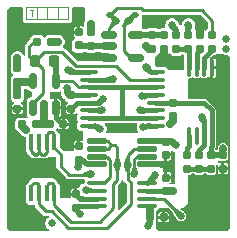
<source format=gbr>
G04 #@! TF.GenerationSoftware,KiCad,Pcbnew,9.0.3*
G04 #@! TF.CreationDate,2025-08-06T23:44:26+02:00*
G04 #@! TF.ProjectId,MADC,4d414443-2e6b-4696-9361-645f70636258,rev?*
G04 #@! TF.SameCoordinates,Original*
G04 #@! TF.FileFunction,Copper,L1,Top*
G04 #@! TF.FilePolarity,Positive*
%FSLAX46Y46*%
G04 Gerber Fmt 4.6, Leading zero omitted, Abs format (unit mm)*
G04 Created by KiCad (PCBNEW 9.0.3) date 2025-08-06 23:44:26*
%MOMM*%
%LPD*%
G01*
G04 APERTURE LIST*
G04 Aperture macros list*
%AMRoundRect*
0 Rectangle with rounded corners*
0 $1 Rounding radius*
0 $2 $3 $4 $5 $6 $7 $8 $9 X,Y pos of 4 corners*
0 Add a 4 corners polygon primitive as box body*
4,1,4,$2,$3,$4,$5,$6,$7,$8,$9,$2,$3,0*
0 Add four circle primitives for the rounded corners*
1,1,$1+$1,$2,$3*
1,1,$1+$1,$4,$5*
1,1,$1+$1,$6,$7*
1,1,$1+$1,$8,$9*
0 Add four rect primitives between the rounded corners*
20,1,$1+$1,$2,$3,$4,$5,0*
20,1,$1+$1,$4,$5,$6,$7,0*
20,1,$1+$1,$6,$7,$8,$9,0*
20,1,$1+$1,$8,$9,$2,$3,0*%
G04 Aperture macros list end*
G04 #@! TA.AperFunction,NonConductor*
%ADD10C,0.100000*%
G04 #@! TD*
%ADD11C,0.100000*%
G04 #@! TA.AperFunction,SMDPad,CuDef*
%ADD12RoundRect,0.155000X0.155000X-0.212500X0.155000X0.212500X-0.155000X0.212500X-0.155000X-0.212500X0*%
G04 #@! TD*
G04 #@! TA.AperFunction,SMDPad,CuDef*
%ADD13RoundRect,0.112500X0.187500X0.112500X-0.187500X0.112500X-0.187500X-0.112500X0.187500X-0.112500X0*%
G04 #@! TD*
G04 #@! TA.AperFunction,SMDPad,CuDef*
%ADD14RoundRect,0.160000X0.160000X-0.197500X0.160000X0.197500X-0.160000X0.197500X-0.160000X-0.197500X0*%
G04 #@! TD*
G04 #@! TA.AperFunction,SMDPad,CuDef*
%ADD15RoundRect,0.160000X0.197500X0.160000X-0.197500X0.160000X-0.197500X-0.160000X0.197500X-0.160000X0*%
G04 #@! TD*
G04 #@! TA.AperFunction,SMDPad,CuDef*
%ADD16RoundRect,0.100000X-0.100000X0.637500X-0.100000X-0.637500X0.100000X-0.637500X0.100000X0.637500X0*%
G04 #@! TD*
G04 #@! TA.AperFunction,SMDPad,CuDef*
%ADD17RoundRect,0.155000X0.212500X0.155000X-0.212500X0.155000X-0.212500X-0.155000X0.212500X-0.155000X0*%
G04 #@! TD*
G04 #@! TA.AperFunction,SMDPad,CuDef*
%ADD18RoundRect,0.225000X0.225000X0.250000X-0.225000X0.250000X-0.225000X-0.250000X0.225000X-0.250000X0*%
G04 #@! TD*
G04 #@! TA.AperFunction,SMDPad,CuDef*
%ADD19RoundRect,0.155000X-0.155000X0.212500X-0.155000X-0.212500X0.155000X-0.212500X0.155000X0.212500X0*%
G04 #@! TD*
G04 #@! TA.AperFunction,SMDPad,CuDef*
%ADD20RoundRect,0.160000X-0.160000X0.197500X-0.160000X-0.197500X0.160000X-0.197500X0.160000X0.197500X0*%
G04 #@! TD*
G04 #@! TA.AperFunction,SMDPad,CuDef*
%ADD21RoundRect,0.150000X0.150000X-0.512500X0.150000X0.512500X-0.150000X0.512500X-0.150000X-0.512500X0*%
G04 #@! TD*
G04 #@! TA.AperFunction,SMDPad,CuDef*
%ADD22RoundRect,0.100000X-0.637500X-0.100000X0.637500X-0.100000X0.637500X0.100000X-0.637500X0.100000X0*%
G04 #@! TD*
G04 #@! TA.AperFunction,SMDPad,CuDef*
%ADD23RoundRect,0.125000X-0.687500X-0.125000X0.687500X-0.125000X0.687500X0.125000X-0.687500X0.125000X0*%
G04 #@! TD*
G04 #@! TA.AperFunction,SMDPad,CuDef*
%ADD24RoundRect,0.150000X-0.512500X-0.150000X0.512500X-0.150000X0.512500X0.150000X-0.512500X0.150000X0*%
G04 #@! TD*
G04 #@! TA.AperFunction,SMDPad,CuDef*
%ADD25RoundRect,0.160000X-0.197500X-0.160000X0.197500X-0.160000X0.197500X0.160000X-0.197500X0.160000X0*%
G04 #@! TD*
G04 #@! TA.AperFunction,SMDPad,CuDef*
%ADD26RoundRect,0.100000X0.100000X-0.612500X0.100000X0.612500X-0.100000X0.612500X-0.100000X-0.612500X0*%
G04 #@! TD*
G04 #@! TA.AperFunction,HeatsinkPad*
%ADD27R,1.850000X1.730000*%
G04 #@! TD*
G04 #@! TA.AperFunction,SMDPad,CuDef*
%ADD28RoundRect,0.100000X-0.712500X-0.100000X0.712500X-0.100000X0.712500X0.100000X-0.712500X0.100000X0*%
G04 #@! TD*
G04 #@! TA.AperFunction,ViaPad*
%ADD29C,0.650000*%
G04 #@! TD*
G04 #@! TA.AperFunction,Conductor*
%ADD30C,0.508000*%
G04 #@! TD*
G04 #@! TA.AperFunction,Conductor*
%ADD31C,0.635000*%
G04 #@! TD*
G04 #@! TA.AperFunction,Conductor*
%ADD32C,0.381000*%
G04 #@! TD*
G04 #@! TA.AperFunction,Conductor*
%ADD33C,0.254000*%
G04 #@! TD*
G04 APERTURE END LIST*
D10*
X135636000Y-83566000D02*
X136525000Y-83566000D01*
X136525000Y-84582000D01*
X135636000Y-84582000D01*
X135636000Y-83566000D01*
X138303000Y-83566000D02*
X139192000Y-83566000D01*
X139192000Y-84582000D01*
X138303000Y-84582000D01*
X138303000Y-83566000D01*
X137414000Y-83566000D02*
X138303000Y-83566000D01*
X138303000Y-84582000D01*
X137414000Y-84582000D01*
X137414000Y-83566000D01*
X136525000Y-83566000D02*
X137414000Y-83566000D01*
X137414000Y-84582000D01*
X136525000Y-84582000D01*
X136525000Y-83566000D01*
D11*
D10*
X135952608Y-83812409D02*
X136238322Y-83812409D01*
X136095465Y-84312409D02*
X136095465Y-83812409D01*
D12*
G04 #@! TO.P,C6,1*
G04 #@! TO.N,GNDA*
X134874000Y-92134500D03*
G04 #@! TO.P,C6,2*
G04 #@! TO.N,Net-(U4-V+)*
X134874000Y-90999500D03*
G04 #@! TD*
D13*
G04 #@! TO.P,D1,1,K*
G04 #@! TO.N,Net-(D1-K)*
X144814000Y-84201000D03*
G04 #@! TO.P,D1,2,A*
G04 #@! TO.N,Net-(D1-A)*
X142714000Y-84201000D03*
G04 #@! TD*
D14*
G04 #@! TO.P,R12,1*
G04 #@! TO.N,Net-(R10-Pad2)*
X150241000Y-97244500D03*
G04 #@! TO.P,R12,2*
G04 #@! TO.N,/AD_CMP*
X150241000Y-96049500D03*
G04 #@! TD*
D15*
G04 #@! TO.P,R2,1*
G04 #@! TO.N,Net-(U4-V-)*
X136487500Y-93472000D03*
G04 #@! TO.P,R2,2*
G04 #@! TO.N,VEE*
X135292500Y-93472000D03*
G04 #@! TD*
D12*
G04 #@! TO.P,C15,1*
G04 #@! TO.N,Net-(U6-V-)*
X149352000Y-87054500D03*
G04 #@! TO.P,C15,2*
G04 #@! TO.N,+3.3V*
X149352000Y-85919500D03*
G04 #@! TD*
D16*
G04 #@! TO.P,U6,1,GND*
G04 #@! TO.N,GNDD*
X151343000Y-88701000D03*
G04 #@! TO.P,U6,2,+*
G04 #@! TO.N,Net-(U6-+)*
X150693000Y-88701000D03*
G04 #@! TO.P,U6,3,-*
G04 #@! TO.N,Net-(U6--)*
X150043000Y-88701000D03*
G04 #@! TO.P,U6,4,V-*
G04 #@! TO.N,Net-(U6-V-)*
X149393000Y-88701000D03*
G04 #@! TO.P,U6,5,BAL*
G04 #@! TO.N,Net-(U6-BAL)*
X149393000Y-94426000D03*
G04 #@! TO.P,U6,6,STRB*
G04 #@! TO.N,unconnected-(U6-STRB-Pad6)*
X150043000Y-94426000D03*
G04 #@! TO.P,U6,7*
G04 #@! TO.N,/AD_CMP*
X150693000Y-94426000D03*
G04 #@! TO.P,U6,8,V+*
G04 #@! TO.N,+3.3V*
X151343000Y-94426000D03*
G04 #@! TD*
D17*
G04 #@! TO.P,C7,1*
G04 #@! TO.N,GNDA*
X138743500Y-93472000D03*
G04 #@! TO.P,C7,2*
G04 #@! TO.N,Net-(U4-V-)*
X137608500Y-93472000D03*
G04 #@! TD*
D14*
G04 #@! TO.P,R11,1*
G04 #@! TO.N,Net-(R10-Pad2)*
X149225000Y-97244500D03*
G04 #@! TO.P,R11,2*
G04 #@! TO.N,Net-(U6-BAL)*
X149225000Y-96049500D03*
G04 #@! TD*
G04 #@! TO.P,R9,1*
G04 #@! TO.N,Net-(U6-V-)*
X148336000Y-87084500D03*
G04 #@! TO.P,R9,2*
G04 #@! TO.N,VEE*
X148336000Y-85889500D03*
G04 #@! TD*
D18*
G04 #@! TO.P,C8,1*
G04 #@! TO.N,Net-(U4--)*
X137935000Y-88138000D03*
G04 #@! TO.P,C8,2*
G04 #@! TO.N,Net-(C8-Pad2)*
X136385000Y-88138000D03*
G04 #@! TD*
D12*
G04 #@! TO.P,C11,1*
G04 #@! TO.N,GNDA*
X139446000Y-92134500D03*
G04 #@! TO.P,C11,2*
G04 #@! TO.N,VEE*
X139446000Y-90999500D03*
G04 #@! TD*
G04 #@! TO.P,C16,1*
G04 #@! TO.N,GNDD*
X152273000Y-97214500D03*
G04 #@! TO.P,C16,2*
G04 #@! TO.N,+3.3V*
X152273000Y-96079500D03*
G04 #@! TD*
G04 #@! TO.P,C12,1*
G04 #@! TO.N,GNDA*
X147320000Y-87054500D03*
G04 #@! TO.P,C12,2*
G04 #@! TO.N,Net-(U5-V+)*
X147320000Y-85919500D03*
G04 #@! TD*
G04 #@! TO.P,C1,1*
G04 #@! TO.N,GNDD*
X148082000Y-92769500D03*
G04 #@! TO.P,C1,2*
G04 #@! TO.N,+3.3V*
X148082000Y-91634500D03*
G04 #@! TD*
D19*
G04 #@! TO.P,C4,1*
G04 #@! TO.N,GNDA*
X139827000Y-99381500D03*
G04 #@! TO.P,C4,2*
G04 #@! TO.N,VCC*
X139827000Y-100516500D03*
G04 #@! TD*
D20*
G04 #@! TO.P,R10,1*
G04 #@! TO.N,+3.3V*
X151257000Y-96049500D03*
G04 #@! TO.P,R10,2*
G04 #@! TO.N,Net-(R10-Pad2)*
X151257000Y-97244500D03*
G04 #@! TD*
G04 #@! TO.P,R8,1*
G04 #@! TO.N,Net-(D1-A)*
X151384000Y-85889500D03*
G04 #@! TO.P,R8,2*
G04 #@! TO.N,Net-(U6-+)*
X151384000Y-87084500D03*
G04 #@! TD*
D17*
G04 #@! TO.P,C2,1*
G04 #@! TO.N,GNDD*
X147252500Y-101346000D03*
G04 #@! TO.P,C2,2*
G04 #@! TO.N,+3.3V*
X146117500Y-101346000D03*
G04 #@! TD*
D21*
G04 #@! TO.P,U4,1*
G04 #@! TO.N,Net-(C8-Pad2)*
X136210000Y-92069500D03*
G04 #@! TO.P,U4,2,V-*
G04 #@! TO.N,Net-(U4-V-)*
X137160000Y-92069500D03*
G04 #@! TO.P,U4,3,+*
G04 #@! TO.N,GNDA*
X138110000Y-92069500D03*
G04 #@! TO.P,U4,4,-*
G04 #@! TO.N,Net-(U4--)*
X138110000Y-89794500D03*
G04 #@! TO.P,U4,5,V+*
G04 #@! TO.N,Net-(U4-V+)*
X136210000Y-89794500D03*
G04 #@! TD*
D22*
G04 #@! TO.P,U1,1*
G04 #@! TO.N,/AD_IIN*
X140901500Y-89034500D03*
G04 #@! TO.P,U1,2*
G04 #@! TO.N,Net-(RN1-Pad7)*
X140901500Y-89684500D03*
G04 #@! TO.P,U1,3*
G04 #@! TO.N,Net-(U4--)*
X140901500Y-90334500D03*
G04 #@! TO.P,U1,4,V-*
G04 #@! TO.N,VEE*
X140901500Y-90984500D03*
G04 #@! TO.P,U1,5,GND*
G04 #@! TO.N,GNDA*
X140901500Y-91634500D03*
G04 #@! TO.P,U1,6*
G04 #@! TO.N,Net-(RN1-Pad5)*
X140901500Y-92284500D03*
G04 #@! TO.P,U1,7*
G04 #@! TO.N,Net-(U4--)*
X140901500Y-92934500D03*
G04 #@! TO.P,U1,8*
G04 #@! TO.N,/AD_IRN*
X140901500Y-93584500D03*
G04 #@! TO.P,U1,9*
G04 #@! TO.N,/AD_IRP*
X146626500Y-93584500D03*
G04 #@! TO.P,U1,10*
G04 #@! TO.N,Net-(U4--)*
X146626500Y-92934500D03*
G04 #@! TO.P,U1,11*
G04 #@! TO.N,Net-(RN1-Pad6)*
X146626500Y-92284500D03*
G04 #@! TO.P,U1,12,VL*
G04 #@! TO.N,+3.3V*
X146626500Y-91634500D03*
G04 #@! TO.P,U1,13,V+*
G04 #@! TO.N,VCC*
X146626500Y-90984500D03*
G04 #@! TO.P,U1,14*
G04 #@! TO.N,Net-(U4--)*
X146626500Y-90334500D03*
G04 #@! TO.P,U1,15*
G04 #@! TO.N,Net-(C8-Pad2)*
X146626500Y-89684500D03*
G04 #@! TO.P,U1,16*
G04 #@! TO.N,/AD_ID*
X146626500Y-89034500D03*
G04 #@! TD*
D23*
G04 #@! TO.P,U3,1*
G04 #@! TO.N,/AD_REF+*
X141651500Y-94910000D03*
G04 #@! TO.P,U3,2,-*
X141651500Y-95560000D03*
G04 #@! TO.P,U3,3,+*
G04 #@! TO.N,Net-(U3A-+)*
X141651500Y-96210000D03*
G04 #@! TO.P,U3,4,V-*
G04 #@! TO.N,VEE*
X141651500Y-96860000D03*
G04 #@! TO.P,U3,5,+*
G04 #@! TO.N,GNDA*
X145876500Y-96860000D03*
G04 #@! TO.P,U3,6,-*
G04 #@! TO.N,Net-(U3B--)*
X145876500Y-96210000D03*
G04 #@! TO.P,U3,7*
G04 #@! TO.N,/AD_REF-*
X145876500Y-95560000D03*
G04 #@! TO.P,U3,8,V+*
G04 #@! TO.N,VCC*
X145876500Y-94910000D03*
G04 #@! TD*
D19*
G04 #@! TO.P,C13,1*
G04 #@! TO.N,GNDA*
X140081000Y-85662000D03*
G04 #@! TO.P,C13,2*
G04 #@! TO.N,Net-(U5-V-)*
X140081000Y-86797000D03*
G04 #@! TD*
D12*
G04 #@! TO.P,C3,1*
G04 #@! TO.N,GNDA*
X147447000Y-96068000D03*
G04 #@! TO.P,C3,2*
G04 #@! TO.N,VCC*
X147447000Y-94933000D03*
G04 #@! TD*
D24*
G04 #@! TO.P,U5,1*
G04 #@! TO.N,Net-(D1-A)*
X142626500Y-85918000D03*
G04 #@! TO.P,U5,2,V-*
G04 #@! TO.N,Net-(U5-V-)*
X142626500Y-86868000D03*
G04 #@! TO.P,U5,3,+*
G04 #@! TO.N,GNDA*
X142626500Y-87818000D03*
G04 #@! TO.P,U5,4,-*
G04 #@! TO.N,Net-(D1-K)*
X144901500Y-87818000D03*
G04 #@! TO.P,U5,5,V+*
G04 #@! TO.N,Net-(U5-V+)*
X144901500Y-85918000D03*
G04 #@! TD*
D25*
G04 #@! TO.P,R3,1*
G04 #@! TO.N,Net-(C8-Pad2)*
X136562500Y-86487000D03*
G04 #@! TO.P,R3,2*
G04 #@! TO.N,Net-(D1-K)*
X137757500Y-86487000D03*
G04 #@! TD*
D19*
G04 #@! TO.P,C9,1*
G04 #@! TO.N,GNDA*
X140081000Y-95317500D03*
G04 #@! TO.P,C9,2*
G04 #@! TO.N,VEE*
X140081000Y-96452500D03*
G04 #@! TD*
D26*
G04 #@! TO.P,RN3,1*
G04 #@! TO.N,/AD_REF-*
X136058000Y-99317500D03*
G04 #@! TO.P,RN3,2*
X136708000Y-99317500D03*
G04 #@! TO.P,RN3,3*
G04 #@! TO.N,/AD_REF+*
X137358000Y-99317500D03*
G04 #@! TO.P,RN3,4*
X138008000Y-99317500D03*
G04 #@! TO.P,RN3,5*
G04 #@! TO.N,Net-(U3B--)*
X138008000Y-94992500D03*
G04 #@! TO.P,RN3,6*
X137358000Y-94992500D03*
G04 #@! TO.P,RN3,7*
X136708000Y-94992500D03*
G04 #@! TO.P,RN3,8*
X136058000Y-94992500D03*
D27*
G04 #@! TO.P,RN3,9,EP*
G04 #@! TO.N,GNDA*
X137033000Y-97155000D03*
G04 #@! TD*
D20*
G04 #@! TO.P,R1,1*
G04 #@! TO.N,VCC*
X134874000Y-88687000D03*
G04 #@! TO.P,R1,2*
G04 #@! TO.N,Net-(U4-V+)*
X134874000Y-89882000D03*
G04 #@! TD*
D14*
G04 #@! TO.P,R7,1*
G04 #@! TO.N,Net-(U6--)*
X150368000Y-87084500D03*
G04 #@! TO.P,R7,2*
G04 #@! TO.N,GNDA*
X150368000Y-85889500D03*
G04 #@! TD*
D19*
G04 #@! TO.P,C10,1*
G04 #@! TO.N,GNDA*
X147447000Y-97984500D03*
G04 #@! TO.P,C10,2*
G04 #@! TO.N,VEE*
X147447000Y-99119500D03*
G04 #@! TD*
D28*
G04 #@! TO.P,U2,1*
G04 #@! TO.N,Net-(U3A-+)*
X141651500Y-98462500D03*
G04 #@! TO.P,U2,2*
G04 #@! TO.N,Net-(RN2-Pad7)*
X141651500Y-99112500D03*
G04 #@! TO.P,U2,3,GND*
G04 #@! TO.N,GNDA*
X141651500Y-99762500D03*
G04 #@! TO.P,U2,4,V+*
G04 #@! TO.N,VCC*
X141651500Y-100412500D03*
G04 #@! TO.P,U2,5,VL*
G04 #@! TO.N,+3.3V*
X145876500Y-100412500D03*
G04 #@! TO.P,U2,6*
G04 #@! TO.N,/SW_VRH*
X145876500Y-99762500D03*
G04 #@! TO.P,U2,7,V-*
G04 #@! TO.N,VEE*
X145876500Y-99112500D03*
G04 #@! TO.P,U2,8*
G04 #@! TO.N,VREF*
X145876500Y-98462500D03*
G04 #@! TD*
D14*
G04 #@! TO.P,R5,1*
G04 #@! TO.N,VCC*
X146304000Y-87084500D03*
G04 #@! TO.P,R5,2*
G04 #@! TO.N,Net-(U5-V+)*
X146304000Y-85889500D03*
G04 #@! TD*
G04 #@! TO.P,R6,1*
G04 #@! TO.N,Net-(U5-V-)*
X141097000Y-86827000D03*
G04 #@! TO.P,R6,2*
G04 #@! TO.N,VEE*
X141097000Y-85632000D03*
G04 #@! TD*
D29*
G04 #@! TO.N,+3.3V*
X145923000Y-102108000D03*
X152527000Y-87122000D03*
X152273000Y-95504000D03*
X149352000Y-85086500D03*
X152527000Y-86233000D03*
G04 #@! TO.N,GNDA*
X143256000Y-93726000D03*
X140081000Y-94361000D03*
X147462857Y-96976980D03*
X139954000Y-98425000D03*
X144272000Y-93726000D03*
X135255000Y-101854000D03*
X140081000Y-84709000D03*
X134874000Y-84074000D03*
X142113000Y-91313000D03*
X143764000Y-99949000D03*
X150368000Y-85086500D03*
X138049000Y-91059000D03*
X135763000Y-90932000D03*
X146304000Y-84836000D03*
X135255000Y-100838000D03*
X134874000Y-85471000D03*
X147056000Y-88265000D03*
X143764000Y-98933000D03*
X141351000Y-87757000D03*
G04 #@! TO.N,Net-(D1-A)*
X143256000Y-84709000D03*
G04 #@! TO.N,Net-(D1-K)*
X144272000Y-84705500D03*
X138303000Y-86487000D03*
G04 #@! TO.N,VCC*
X145796000Y-86868000D03*
X148336000Y-95250000D03*
X137795000Y-101854000D03*
X145421961Y-91106767D03*
X140144500Y-101058500D03*
X134874000Y-87884000D03*
G04 #@! TO.N,VEE*
X140036000Y-97110000D03*
X148022500Y-99119500D03*
X141097000Y-84959500D03*
X147955000Y-85090000D03*
X139092969Y-90395138D03*
X135610128Y-93949780D03*
G04 #@! TO.N,/AD_ID*
X145796000Y-88646000D03*
G04 #@! TO.N,GNDD*
X152527000Y-89916000D03*
X152527000Y-91059000D03*
X152273000Y-98298000D03*
X152273000Y-101854000D03*
X147829500Y-93472000D03*
G04 #@! TO.N,/SW_VRH*
X148717000Y-101219000D03*
G04 #@! TO.N,/AD_IRP*
X145542000Y-93726000D03*
G04 #@! TO.N,/AD_IIN*
X139191000Y-88900000D03*
G04 #@! TO.N,/AD_CMP*
X150495000Y-92893000D03*
G04 #@! TO.N,/AD_IRN*
X141859000Y-93853000D03*
G04 #@! TO.N,VREF*
X146558000Y-97790000D03*
G04 #@! TO.N,/AD_REF+*
X143327000Y-96901829D03*
G04 #@! TO.N,Net-(RN1-Pad6)*
X145288000Y-92285500D03*
G04 #@! TO.N,/AD_REF-*
X144201000Y-96901000D03*
G04 #@! TO.N,Net-(RN1-Pad5)*
X142068500Y-92284500D03*
G04 #@! TO.N,Net-(RN1-Pad7)*
X143002000Y-89662000D03*
G04 #@! TO.N,Net-(RN2-Pad7)*
X140642114Y-99028012D03*
G04 #@! TO.N,Net-(U3B--)*
X141106725Y-97687000D03*
X144780000Y-97663000D03*
G04 #@! TD*
D30*
G04 #@! TO.N,+3.3V*
X152273000Y-95504000D02*
X152273000Y-96079500D01*
X149352000Y-85919500D02*
X149352000Y-85086500D01*
X146117500Y-101913500D02*
X146117500Y-101346000D01*
D31*
X151398500Y-96049500D02*
X151257000Y-96049500D01*
D30*
X152243000Y-96049500D02*
X151511000Y-96049500D01*
D32*
X146626500Y-91634500D02*
X150689500Y-91634500D01*
D30*
X152273000Y-95833000D02*
X152273000Y-96079500D01*
D32*
X151343000Y-92288000D02*
X151343000Y-94426000D01*
D30*
X152273000Y-96079500D02*
X152243000Y-96049500D01*
X145923000Y-102108000D02*
X146117500Y-101913500D01*
D31*
X146061500Y-101290000D02*
X146061500Y-100597500D01*
D30*
X146117500Y-101346000D02*
X146061500Y-101290000D01*
D32*
X151343000Y-94426000D02*
X151343000Y-95336000D01*
X151257000Y-95422000D02*
X151257000Y-96049500D01*
X151343000Y-95336000D02*
X151257000Y-95422000D01*
X151257000Y-96049500D02*
X151511000Y-96049500D01*
X150689500Y-91634500D02*
X151343000Y-92288000D01*
G04 #@! TO.N,GNDA*
X141651500Y-99762500D02*
X140208000Y-99762500D01*
X139946000Y-91634500D02*
X139446000Y-92134500D01*
X147345877Y-96860000D02*
X147462857Y-96976980D01*
X138684000Y-93472000D02*
X138110000Y-92898000D01*
X138743500Y-93472000D02*
X138684000Y-93472000D01*
D31*
X150368000Y-85889500D02*
X150368000Y-85086500D01*
D32*
X147447000Y-96961123D02*
X147462857Y-96976980D01*
D31*
X147320000Y-88001000D02*
X147320000Y-87054500D01*
D32*
X147056000Y-88265000D02*
X147320000Y-88001000D01*
X147447000Y-96992837D02*
X147462857Y-96976980D01*
X140901500Y-91634500D02*
X141791500Y-91634500D01*
X140208000Y-99762500D02*
X139827000Y-99381500D01*
X141791500Y-91634500D02*
X142113000Y-91313000D01*
X138110000Y-92898000D02*
X138110000Y-92069500D01*
X140901500Y-91634500D02*
X139946000Y-91634500D01*
D30*
X145876500Y-96860000D02*
X147345877Y-96860000D01*
D33*
G04 #@! TO.N,Net-(D1-A)*
X143256000Y-84709000D02*
X143222000Y-84709000D01*
X151384000Y-84709000D02*
X151384000Y-85889500D01*
X145542000Y-83820000D02*
X150495000Y-83820000D01*
X142714000Y-84201000D02*
X143279000Y-83636000D01*
X143222000Y-84709000D02*
X142714000Y-84201000D01*
X150495000Y-83820000D02*
X151384000Y-84709000D01*
X142626500Y-85338500D02*
X142626500Y-85918000D01*
X143279000Y-83636000D02*
X145358000Y-83636000D01*
X145358000Y-83636000D02*
X145542000Y-83820000D01*
X143256000Y-84709000D02*
X142626500Y-85338500D01*
G04 #@! TO.N,Net-(D1-K)*
X144814000Y-84201000D02*
X144776500Y-84201000D01*
X143891000Y-85086500D02*
X144272000Y-84705500D01*
X144901500Y-87818000D02*
X144460000Y-87818000D01*
X143891000Y-87249000D02*
X143891000Y-85086500D01*
X144460000Y-87818000D02*
X143891000Y-87249000D01*
X144776500Y-84201000D02*
X144272000Y-84705500D01*
D31*
X138303000Y-86487000D02*
X137757500Y-86487000D01*
D33*
G04 #@! TO.N,VCC*
X139827000Y-100711000D02*
X139827000Y-100516500D01*
X140144500Y-101058500D02*
X140144500Y-101028500D01*
X139827000Y-100538000D02*
X139931000Y-100434000D01*
D30*
X147996000Y-94910000D02*
X145801000Y-94910000D01*
D33*
X140144500Y-101028500D02*
X139827000Y-100711000D01*
D32*
X145668902Y-90984500D02*
X146626500Y-90984500D01*
D30*
X145801000Y-94910000D02*
X145797500Y-94906500D01*
D32*
X141651500Y-100412500D02*
X139931000Y-100412500D01*
D31*
X146304000Y-87084500D02*
X146012500Y-87084500D01*
D33*
X139827000Y-100711000D02*
X139827000Y-100538000D01*
D31*
X134874000Y-88687000D02*
X134874000Y-87884000D01*
D32*
X145421961Y-91106767D02*
X145523888Y-91004840D01*
D30*
X148336000Y-95250000D02*
X147996000Y-94910000D01*
D33*
X139931000Y-100412500D02*
X139827000Y-100516500D01*
D32*
X145523888Y-91004840D02*
X145648562Y-91004840D01*
X145648562Y-91004840D02*
X145668902Y-90984500D01*
D33*
X139931000Y-100434000D02*
X139931000Y-100412500D01*
D31*
X146012500Y-87084500D02*
X145796000Y-86868000D01*
D30*
G04 #@! TO.N,VEE*
X140081000Y-96452500D02*
X140081000Y-97065000D01*
X148336000Y-85889500D02*
X148336000Y-85471000D01*
D31*
X135610128Y-93949780D02*
X135292500Y-93632152D01*
X148022500Y-99119500D02*
X147447000Y-99119500D01*
D32*
X140901500Y-90984500D02*
X139461000Y-90984500D01*
D30*
X141633500Y-96842000D02*
X140750530Y-96842000D01*
D32*
X139461000Y-90984500D02*
X139446000Y-90999500D01*
D30*
X139065000Y-90805000D02*
X139065000Y-90423107D01*
X140750530Y-96842000D02*
X140361030Y-96452500D01*
X148336000Y-85471000D02*
X147955000Y-85090000D01*
X139065000Y-90423107D02*
X139092969Y-90395138D01*
D32*
X145876500Y-99112500D02*
X147440000Y-99112500D01*
D31*
X141097000Y-85632000D02*
X141097000Y-84959500D01*
X135292500Y-93632152D02*
X135292500Y-93472000D01*
D32*
X147440000Y-99112500D02*
X147447000Y-99119500D01*
D30*
X139259500Y-90999500D02*
X139065000Y-90805000D01*
X140361030Y-96452500D02*
X140081000Y-96452500D01*
X139446000Y-90999500D02*
X139259500Y-90999500D01*
X141651500Y-96860000D02*
X141633500Y-96842000D01*
X140081000Y-97065000D02*
X140036000Y-97110000D01*
D32*
G04 #@! TO.N,/AD_ID*
X145796000Y-88646000D02*
X146184500Y-89034500D01*
X146184500Y-89034500D02*
X146626500Y-89034500D01*
D31*
G04 #@! TO.N,GNDD*
X148082000Y-92769500D02*
X148082000Y-93219500D01*
X148082000Y-93219500D02*
X147829500Y-93472000D01*
D33*
X147829500Y-93472000D02*
X147964170Y-93472000D01*
G04 #@! TO.N,/SW_VRH*
X147260500Y-99762500D02*
X145876500Y-99762500D01*
X148717000Y-101219000D02*
X147260500Y-99762500D01*
G04 #@! TO.N,/AD_IRP*
X145542000Y-93599000D02*
X145542000Y-93726000D01*
D32*
X146626500Y-93584500D02*
X145556500Y-93584500D01*
D33*
X145556500Y-93584500D02*
X145542000Y-93599000D01*
D32*
G04 #@! TO.N,/AD_IIN*
X139191000Y-88900000D02*
X139325500Y-89034500D01*
X139325500Y-89034500D02*
X140901500Y-89034500D01*
G04 #@! TO.N,/AD_CMP*
X150693000Y-93091000D02*
X150693000Y-94426000D01*
X150495000Y-92893000D02*
X150693000Y-93091000D01*
X150241000Y-95662750D02*
X150693000Y-95210750D01*
X150241000Y-96049500D02*
X150241000Y-95662750D01*
X150693000Y-95210750D02*
X150693000Y-94426000D01*
G04 #@! TO.N,/AD_IRN*
X141590500Y-93584500D02*
X140901500Y-93584500D01*
X141859000Y-93853000D02*
X141590500Y-93584500D01*
G04 #@! TO.N,VREF*
X146558000Y-97790000D02*
X145885500Y-98462500D01*
X145885500Y-98462500D02*
X145876500Y-98462500D01*
D33*
G04 #@! TO.N,/AD_REF+*
X143327000Y-98171000D02*
X143002000Y-98496000D01*
X143002000Y-98496000D02*
X143002000Y-100584000D01*
X142748000Y-95250000D02*
X143129000Y-95250000D01*
X138008000Y-99317500D02*
X138008000Y-98638000D01*
X142565000Y-95560000D02*
X141651500Y-95560000D01*
X138008000Y-98638000D02*
X137795000Y-98425000D01*
X139446000Y-101727000D02*
X138008000Y-100289000D01*
X137358000Y-98607999D02*
X137358000Y-99317500D01*
X143129000Y-95250000D02*
X143327000Y-95448000D01*
X137540999Y-98425000D02*
X137358000Y-98607999D01*
X141651500Y-94910000D02*
X142535000Y-94910000D01*
X142748000Y-95250000D02*
X142748000Y-95377000D01*
X143327000Y-96901829D02*
X143327000Y-98171000D01*
X138008000Y-100289000D02*
X138008000Y-99317500D01*
X143002000Y-100584000D02*
X141859000Y-101727000D01*
X142748000Y-95123000D02*
X142748000Y-95250000D01*
X141859000Y-101727000D02*
X139446000Y-101727000D01*
X143327000Y-95448000D02*
X143327000Y-96901829D01*
X142748000Y-95377000D02*
X142565000Y-95560000D01*
X137795000Y-98425000D02*
X137540999Y-98425000D01*
X142535000Y-94910000D02*
X142748000Y-95123000D01*
D32*
G04 #@! TO.N,Net-(RN1-Pad6)*
X145288000Y-92285500D02*
X145289000Y-92284500D01*
X145289000Y-92284500D02*
X146626500Y-92284500D01*
D33*
G04 #@! TO.N,/AD_REF-*
X136708000Y-100259000D02*
X137287000Y-100838000D01*
X137795000Y-100838000D02*
X139192000Y-102235000D01*
X142494000Y-102235000D02*
X144526000Y-100203000D01*
X136708000Y-99317500D02*
X136708000Y-100259000D01*
X136708000Y-98608000D02*
X136708000Y-99317500D01*
X136058000Y-98638000D02*
X136271000Y-98425000D01*
X136271000Y-98425000D02*
X136525000Y-98425000D01*
X144526000Y-98425000D02*
X144201000Y-98100000D01*
X137287000Y-100838000D02*
X137795000Y-100838000D01*
X144526000Y-100203000D02*
X144526000Y-98425000D01*
X144201000Y-96083000D02*
X144724000Y-95560000D01*
X144201000Y-98100000D02*
X144201000Y-96901000D01*
X144724000Y-95560000D02*
X145876500Y-95560000D01*
X144201000Y-96901000D02*
X144201000Y-96083000D01*
X136058000Y-99317500D02*
X136058000Y-98638000D01*
X136525000Y-98425000D02*
X136708000Y-98608000D01*
X139192000Y-102235000D02*
X142494000Y-102235000D01*
D32*
G04 #@! TO.N,Net-(RN1-Pad5)*
X142068500Y-92284500D02*
X140901500Y-92284500D01*
G04 #@! TO.N,Net-(RN1-Pad7)*
X142979500Y-89684500D02*
X143002000Y-89662000D01*
X140901500Y-89684500D02*
X142979500Y-89684500D01*
D31*
G04 #@! TO.N,Net-(U4-V+)*
X134874000Y-90999500D02*
X134874000Y-89882000D01*
X134874000Y-89882000D02*
X136122500Y-89882000D01*
G04 #@! TO.N,Net-(U4-V-)*
X137160000Y-93472000D02*
X136487500Y-93472000D01*
X137608500Y-93472000D02*
X137160000Y-93472000D01*
X137160000Y-92069500D02*
X137160000Y-93472000D01*
D33*
G04 #@! TO.N,Net-(U4--)*
X140049037Y-90334500D02*
X139503537Y-89789000D01*
D32*
X140901500Y-90334500D02*
X143764000Y-90334500D01*
D33*
X138110000Y-88313000D02*
X137935000Y-88138000D01*
D30*
X138110000Y-89794500D02*
X138110000Y-88313000D01*
D32*
X143764000Y-92934500D02*
X143764000Y-90334500D01*
D33*
X140901500Y-90334500D02*
X140049037Y-90334500D01*
X139503537Y-89789000D02*
X138115500Y-89789000D01*
D32*
X140901500Y-92934500D02*
X143764000Y-92934500D01*
X143764000Y-90334500D02*
X146626500Y-90334500D01*
X143764000Y-92934500D02*
X146626500Y-92934500D01*
D33*
X138115500Y-89789000D02*
X138110000Y-89794500D01*
G04 #@! TO.N,Net-(C8-Pad2)*
X139827000Y-88519000D02*
X138684000Y-87376000D01*
X136385000Y-88138000D02*
X136271000Y-88138000D01*
X136210000Y-91628000D02*
X136210000Y-92069500D01*
X136385000Y-88138000D02*
X137033000Y-88786000D01*
X136271000Y-86487000D02*
X136562500Y-86487000D01*
X146626500Y-89684500D02*
X144421500Y-89684500D01*
X138684000Y-87376000D02*
X137147000Y-87376000D01*
X136271000Y-88138000D02*
X135890000Y-87757000D01*
X144421500Y-89684500D02*
X143256000Y-88519000D01*
X135890000Y-86868000D02*
X136271000Y-86487000D01*
X137033000Y-90805000D02*
X136210000Y-91628000D01*
X135890000Y-87757000D02*
X135890000Y-86868000D01*
X137147000Y-87376000D02*
X136385000Y-88138000D01*
X136670750Y-86487000D02*
X136562500Y-86487000D01*
X143256000Y-88519000D02*
X139827000Y-88519000D01*
X137033000Y-88786000D02*
X137033000Y-90805000D01*
D30*
G04 #@! TO.N,Net-(U5-V+)*
X146304000Y-85889500D02*
X146334000Y-85919500D01*
X146304000Y-85918000D02*
X144845500Y-85918000D01*
X146334000Y-85919500D02*
X147320000Y-85919500D01*
X146304000Y-85889500D02*
X146304000Y-85918000D01*
G04 #@! TO.N,Net-(U5-V-)*
X142570500Y-86868000D02*
X140140500Y-86868000D01*
D33*
G04 #@! TO.N,Net-(U6-V-)*
X149352000Y-87054500D02*
X149393000Y-87095500D01*
D32*
X149393000Y-87095500D02*
X149393000Y-88701000D01*
X149352000Y-87054500D02*
X148366000Y-87054500D01*
X148366000Y-87054500D02*
X148336000Y-87084500D01*
G04 #@! TO.N,Net-(U6--)*
X150043000Y-87409500D02*
X150043000Y-88701000D01*
X150368000Y-87084500D02*
X150043000Y-87409500D01*
G04 #@! TO.N,Net-(U6-+)*
X151384000Y-87166750D02*
X151384000Y-87084500D01*
X150693000Y-87857750D02*
X151384000Y-87166750D01*
X150693000Y-88701000D02*
X150693000Y-87857750D01*
G04 #@! TO.N,Net-(R10-Pad2)*
X149225000Y-97244500D02*
X151257000Y-97244500D01*
G04 #@! TO.N,Net-(U6-BAL)*
X149225000Y-96049500D02*
X149225000Y-95504000D01*
X149225000Y-95504000D02*
X149393000Y-95336000D01*
X149393000Y-95336000D02*
X149393000Y-94426000D01*
D33*
G04 #@! TO.N,Net-(RN2-Pad7)*
X140642114Y-99028012D02*
X140726602Y-99112500D01*
X140726602Y-99112500D02*
X141651500Y-99112500D01*
G04 #@! TO.N,Net-(U3B--)*
X144780000Y-97663000D02*
X144780000Y-96393000D01*
X138008000Y-94320000D02*
X137795000Y-94107000D01*
X138008000Y-94992500D02*
X138008000Y-95463000D01*
X138008000Y-95463000D02*
X138557000Y-96012000D01*
X139264000Y-97735000D02*
X141058725Y-97735000D01*
X137795000Y-94107000D02*
X137541000Y-94107000D01*
X144963000Y-96210000D02*
X145876500Y-96210000D01*
X137137000Y-96035000D02*
X136929000Y-96035000D01*
X144780000Y-96393000D02*
X144963000Y-96210000D01*
X136058000Y-94992500D02*
X136058000Y-95756000D01*
X136487000Y-96035000D02*
X136708000Y-95814000D01*
X138557000Y-96012000D02*
X138557000Y-97028000D01*
X136337000Y-96035000D02*
X136487000Y-96035000D01*
X136929000Y-96035000D02*
X136708000Y-95814000D01*
X138557000Y-97028000D02*
X139264000Y-97735000D01*
X137541000Y-94107000D02*
X137358000Y-94290000D01*
X137358000Y-95814000D02*
X137137000Y-96035000D01*
X138008000Y-94992500D02*
X138008000Y-94320000D01*
X137358000Y-94290000D02*
X137358000Y-94992500D01*
X137358000Y-94992500D02*
X137358000Y-95814000D01*
X141058725Y-97735000D02*
X141106725Y-97687000D01*
X136708000Y-95814000D02*
X136708000Y-94992500D01*
X136058000Y-95756000D02*
X136337000Y-96035000D01*
G04 #@! TO.N,Net-(U3A-+)*
X142202500Y-98462500D02*
X141651500Y-98462500D01*
X142748000Y-97917000D02*
X142202500Y-98462500D01*
X142748000Y-96520000D02*
X142748000Y-97917000D01*
X142438000Y-96210000D02*
X142748000Y-96520000D01*
X141651500Y-96210000D02*
X142438000Y-96210000D01*
G04 #@! TD*
G04 #@! TA.AperFunction,Conductor*
G04 #@! TO.N,GNDA*
G36*
X135313194Y-83584306D02*
G01*
X135331500Y-83628500D01*
X135331500Y-84622086D01*
X135331501Y-84622094D01*
X135352249Y-84699529D01*
X135352250Y-84699532D01*
X135352251Y-84699533D01*
X135392339Y-84768968D01*
X135449032Y-84825661D01*
X135513397Y-84862822D01*
X135518467Y-84865749D01*
X135518470Y-84865750D01*
X135565857Y-84878447D01*
X135595912Y-84886500D01*
X135595913Y-84886500D01*
X139232087Y-84886500D01*
X139232088Y-84886500D01*
X139309533Y-84865749D01*
X139378968Y-84825661D01*
X139435661Y-84768968D01*
X139475749Y-84699533D01*
X139496500Y-84622088D01*
X139496500Y-83628500D01*
X139514806Y-83584306D01*
X139559000Y-83566000D01*
X140526500Y-83566000D01*
X140570694Y-83584306D01*
X140589000Y-83628500D01*
X140589000Y-84663634D01*
X140580627Y-84694883D01*
X140556993Y-84735818D01*
X140556990Y-84735826D01*
X140517501Y-84883200D01*
X140517500Y-84883208D01*
X140517500Y-85035795D01*
X140522870Y-85055832D01*
X140525000Y-85072010D01*
X140525000Y-85188804D01*
X140506694Y-85232998D01*
X140462500Y-85251304D01*
X140418306Y-85232998D01*
X140398130Y-85212822D01*
X140301680Y-85170235D01*
X140278106Y-85167500D01*
X140208000Y-85167500D01*
X140208000Y-85599500D01*
X140189694Y-85643694D01*
X140145500Y-85662000D01*
X140081000Y-85662000D01*
X140081000Y-85726500D01*
X140062694Y-85770694D01*
X140018500Y-85789000D01*
X139644001Y-85789000D01*
X139644001Y-85916605D01*
X139646735Y-85940184D01*
X139689321Y-86036629D01*
X139766862Y-86114170D01*
X139785168Y-86158364D01*
X139766862Y-86202558D01*
X139751043Y-86214052D01*
X139682301Y-86249078D01*
X139590577Y-86340802D01*
X139531689Y-86456375D01*
X139531686Y-86456385D01*
X139516501Y-86552260D01*
X139516500Y-86552276D01*
X139516500Y-87041723D01*
X139516501Y-87041739D01*
X139531686Y-87137614D01*
X139531689Y-87137624D01*
X139590577Y-87253197D01*
X139682302Y-87344922D01*
X139797875Y-87403810D01*
X139797877Y-87403810D01*
X139797880Y-87403812D01*
X139797883Y-87403812D01*
X139797885Y-87403813D01*
X139893760Y-87418998D01*
X139893766Y-87418998D01*
X139893774Y-87419000D01*
X139893776Y-87419000D01*
X140268224Y-87419000D01*
X140268226Y-87419000D01*
X140340848Y-87407498D01*
X140364114Y-87403813D01*
X140364114Y-87403812D01*
X140364120Y-87403812D01*
X140404354Y-87383312D01*
X140432728Y-87376500D01*
X140699819Y-87376500D01*
X140728191Y-87383311D01*
X140807316Y-87423627D01*
X140807318Y-87423627D01*
X140807320Y-87423628D01*
X140904363Y-87438998D01*
X140904365Y-87438998D01*
X140904377Y-87439000D01*
X141289622Y-87438999D01*
X141386684Y-87423627D01*
X141465808Y-87383311D01*
X141494181Y-87376500D01*
X141911603Y-87376500D01*
X141939977Y-87383312D01*
X141987440Y-87407496D01*
X141987442Y-87407496D01*
X141987445Y-87407498D01*
X142082166Y-87422500D01*
X142558500Y-87422500D01*
X142602694Y-87440806D01*
X142621000Y-87485000D01*
X142621000Y-88075000D01*
X142602694Y-88119194D01*
X142558500Y-88137500D01*
X140010911Y-88137500D01*
X139966717Y-88119194D01*
X138918246Y-87070723D01*
X138894687Y-87057122D01*
X138831252Y-87020498D01*
X138744788Y-86997329D01*
X138706838Y-86968208D01*
X138700595Y-86920782D01*
X138716769Y-86892766D01*
X138766715Y-86842821D01*
X138843008Y-86710678D01*
X138882500Y-86563293D01*
X138882500Y-86410707D01*
X138843008Y-86263322D01*
X138766715Y-86131179D01*
X138766713Y-86131177D01*
X138766710Y-86131173D01*
X138658826Y-86023289D01*
X138658822Y-86023286D01*
X138658821Y-86023285D01*
X138592749Y-85985138D01*
X138526677Y-85946991D01*
X138526673Y-85946990D01*
X138379299Y-85907501D01*
X138379294Y-85907500D01*
X138379293Y-85907500D01*
X138226707Y-85907500D01*
X138226704Y-85907500D01*
X138214284Y-85910828D01*
X138206664Y-85912870D01*
X138190490Y-85915000D01*
X138008324Y-85915000D01*
X137998547Y-85914230D01*
X137989959Y-85912870D01*
X137987624Y-85912500D01*
X137527381Y-85912500D01*
X137527376Y-85912501D01*
X137430314Y-85927873D01*
X137313326Y-85987481D01*
X137220480Y-86080327D01*
X137215685Y-86089738D01*
X137179309Y-86120802D01*
X137131621Y-86117046D01*
X137104311Y-86089733D01*
X137099518Y-86080326D01*
X137006674Y-85987482D01*
X137006673Y-85987481D01*
X136889688Y-85927874D01*
X136889678Y-85927871D01*
X136792636Y-85912501D01*
X136792624Y-85912500D01*
X136792623Y-85912500D01*
X136792620Y-85912500D01*
X136332381Y-85912500D01*
X136332376Y-85912501D01*
X136235314Y-85927873D01*
X136118326Y-85987481D01*
X136025481Y-86080326D01*
X135965873Y-86197314D01*
X135965872Y-86197318D01*
X135958644Y-86242952D01*
X135941108Y-86277368D01*
X135646961Y-86571514D01*
X135646962Y-86571515D01*
X135584724Y-86633753D01*
X135534498Y-86720746D01*
X135534498Y-86720748D01*
X135508500Y-86817770D01*
X135508500Y-87590733D01*
X135490194Y-87634927D01*
X135446000Y-87653233D01*
X135401806Y-87634927D01*
X135391874Y-87621983D01*
X135337717Y-87528182D01*
X135337710Y-87528173D01*
X135229826Y-87420289D01*
X135229822Y-87420286D01*
X135229821Y-87420285D01*
X135153983Y-87376500D01*
X135097677Y-87343991D01*
X135097673Y-87343990D01*
X134950299Y-87304501D01*
X134950294Y-87304500D01*
X134950293Y-87304500D01*
X134797707Y-87304500D01*
X134797706Y-87304500D01*
X134797700Y-87304501D01*
X134650326Y-87343990D01*
X134650322Y-87343991D01*
X134518177Y-87420286D01*
X134518173Y-87420289D01*
X134410289Y-87528173D01*
X134410286Y-87528177D01*
X134333991Y-87660322D01*
X134333990Y-87660326D01*
X134294501Y-87807700D01*
X134294500Y-87807708D01*
X134294500Y-87960295D01*
X134295667Y-87964649D01*
X134297622Y-87971946D01*
X134299870Y-87980332D01*
X134302000Y-87996510D01*
X134302000Y-88436170D01*
X134301231Y-88445945D01*
X134299500Y-88456871D01*
X134299500Y-88917118D01*
X134299501Y-88917123D01*
X134314873Y-89014185D01*
X134374481Y-89131173D01*
X134374482Y-89131174D01*
X134467326Y-89224018D01*
X134467927Y-89224324D01*
X134476735Y-89228812D01*
X134507801Y-89265187D01*
X134504048Y-89312875D01*
X134476735Y-89340188D01*
X134467325Y-89344982D01*
X134374481Y-89437826D01*
X134314874Y-89554811D01*
X134314871Y-89554821D01*
X134299501Y-89651863D01*
X134299500Y-89651879D01*
X134299500Y-90112118D01*
X134299501Y-90112125D01*
X134301231Y-90123046D01*
X134302000Y-90132822D01*
X134302000Y-91074807D01*
X134307370Y-91094844D01*
X134309500Y-91111022D01*
X134309500Y-91244223D01*
X134309501Y-91244239D01*
X134324686Y-91340114D01*
X134324689Y-91340124D01*
X134383577Y-91455697D01*
X134475302Y-91547422D01*
X134544042Y-91582447D01*
X134575109Y-91618821D01*
X134571356Y-91666509D01*
X134559862Y-91682329D01*
X134482322Y-91759869D01*
X134439735Y-91856319D01*
X134437000Y-91879894D01*
X134437000Y-92007500D01*
X135310999Y-92007500D01*
X135310999Y-91879894D01*
X135308264Y-91856315D01*
X135265678Y-91759870D01*
X135188137Y-91682329D01*
X135169831Y-91638135D01*
X135188137Y-91593941D01*
X135203955Y-91582448D01*
X135272698Y-91547422D01*
X135364422Y-91455698D01*
X135423312Y-91340120D01*
X135427088Y-91316277D01*
X135438498Y-91244239D01*
X135438500Y-91244223D01*
X135438500Y-91111022D01*
X135440630Y-91094844D01*
X135442846Y-91086577D01*
X135446000Y-91074805D01*
X135446000Y-90516500D01*
X135464306Y-90472306D01*
X135508500Y-90454000D01*
X135642619Y-90454000D01*
X135686813Y-90472306D01*
X135698306Y-90488124D01*
X135728674Y-90547723D01*
X135819277Y-90638326D01*
X135933445Y-90696498D01*
X136028166Y-90711500D01*
X136064512Y-90711500D01*
X136108706Y-90729806D01*
X136127012Y-90774000D01*
X136127012Y-91090000D01*
X136108706Y-91134194D01*
X136064512Y-91152500D01*
X136028164Y-91152500D01*
X135933444Y-91167502D01*
X135933443Y-91167502D01*
X135819276Y-91225674D01*
X135728674Y-91316276D01*
X135670502Y-91430443D01*
X135670502Y-91430444D01*
X135655500Y-91525164D01*
X135655500Y-92613835D01*
X135670502Y-92708555D01*
X135670502Y-92708556D01*
X135728674Y-92822723D01*
X135746667Y-92840716D01*
X135764973Y-92884910D01*
X135746667Y-92929104D01*
X135702473Y-92947410D01*
X135674099Y-92940598D01*
X135619688Y-92912874D01*
X135619678Y-92912871D01*
X135522636Y-92897501D01*
X135522624Y-92897500D01*
X135522623Y-92897500D01*
X135522620Y-92897500D01*
X135062381Y-92897500D01*
X135062376Y-92897501D01*
X134965314Y-92912873D01*
X134848326Y-92972481D01*
X134755481Y-93065326D01*
X134695874Y-93182311D01*
X134695871Y-93182321D01*
X134680501Y-93279363D01*
X134680500Y-93279379D01*
X134680500Y-93664618D01*
X134680501Y-93664623D01*
X134695873Y-93761685D01*
X134755481Y-93878673D01*
X134794284Y-93917476D01*
X134804213Y-93930415D01*
X134821437Y-93960247D01*
X134821437Y-93960249D01*
X134834785Y-93983367D01*
X134834790Y-93983373D01*
X135126105Y-94274687D01*
X135136037Y-94287630D01*
X135146412Y-94305600D01*
X135146417Y-94305606D01*
X135254301Y-94413490D01*
X135254305Y-94413493D01*
X135254307Y-94413495D01*
X135386450Y-94489788D01*
X135533835Y-94529280D01*
X135541000Y-94529280D01*
X135585194Y-94547586D01*
X135603500Y-94591780D01*
X135603500Y-95638645D01*
X135613539Y-95707550D01*
X135613539Y-95707551D01*
X135665499Y-95813838D01*
X135671471Y-95819810D01*
X135687647Y-95847827D01*
X135699138Y-95890713D01*
X135702499Y-95903254D01*
X135707809Y-95912451D01*
X135744046Y-95975217D01*
X135752723Y-95990246D01*
X135752728Y-95990252D01*
X136102747Y-96340271D01*
X136102751Y-96340274D01*
X136102753Y-96340276D01*
X136189747Y-96390502D01*
X136232526Y-96401964D01*
X136286770Y-96416500D01*
X136286772Y-96416500D01*
X136286775Y-96416501D01*
X136286777Y-96416501D01*
X136391050Y-96416501D01*
X136391066Y-96416500D01*
X136537224Y-96416500D01*
X136537225Y-96416500D01*
X136634254Y-96390501D01*
X136676750Y-96365965D01*
X136724176Y-96359722D01*
X136739250Y-96365966D01*
X136781740Y-96390498D01*
X136781742Y-96390498D01*
X136781746Y-96390501D01*
X136841125Y-96406411D01*
X136878770Y-96416499D01*
X136878773Y-96416499D01*
X136878775Y-96416500D01*
X136878776Y-96416500D01*
X137187224Y-96416500D01*
X137187225Y-96416500D01*
X137284254Y-96390501D01*
X137371247Y-96340276D01*
X137427217Y-96284306D01*
X137471411Y-96266000D01*
X138113000Y-96266000D01*
X138157194Y-96284306D01*
X138175500Y-96328500D01*
X138175500Y-97078229D01*
X138201498Y-97175251D01*
X138201498Y-97175253D01*
X138232625Y-97229165D01*
X138244019Y-97248901D01*
X138251724Y-97262247D01*
X138958724Y-97969247D01*
X139029753Y-98040276D01*
X139116746Y-98090501D01*
X139159526Y-98101964D01*
X139213770Y-98116499D01*
X139213773Y-98116499D01*
X139213775Y-98116500D01*
X139314225Y-98116500D01*
X140403499Y-98116500D01*
X140418526Y-98118333D01*
X140562176Y-98153915D01*
X140600673Y-98182310D01*
X140607816Y-98229609D01*
X140603299Y-98242031D01*
X140594539Y-98259950D01*
X140584500Y-98328854D01*
X140584500Y-98395548D01*
X140566194Y-98439742D01*
X140538177Y-98455918D01*
X140418438Y-98488003D01*
X140418436Y-98488003D01*
X140286291Y-98564298D01*
X140286287Y-98564301D01*
X140178403Y-98672185D01*
X140178396Y-98672194D01*
X140102108Y-98804327D01*
X140102105Y-98804333D01*
X140092238Y-98841158D01*
X140063117Y-98879107D01*
X140025932Y-98886808D01*
X140025915Y-98887104D01*
X140024811Y-98887040D01*
X140024688Y-98887066D01*
X140024121Y-98887000D01*
X139954000Y-98887000D01*
X139954000Y-99319000D01*
X139935694Y-99363194D01*
X139891500Y-99381500D01*
X139827000Y-99381500D01*
X139827000Y-99446000D01*
X139808694Y-99490194D01*
X139764500Y-99508500D01*
X139390001Y-99508500D01*
X139390001Y-99615512D01*
X139371695Y-99659706D01*
X139327501Y-99678012D01*
X138525000Y-99678012D01*
X138480806Y-99659706D01*
X138462500Y-99615512D01*
X138462500Y-99126894D01*
X139390000Y-99126894D01*
X139390000Y-99254500D01*
X139700000Y-99254500D01*
X139700000Y-98887000D01*
X139629894Y-98887000D01*
X139606315Y-98889735D01*
X139509870Y-98932321D01*
X139435322Y-99006869D01*
X139392735Y-99103319D01*
X139390000Y-99126894D01*
X138462500Y-99126894D01*
X138462500Y-98671354D01*
X138461938Y-98667500D01*
X138452461Y-98602450D01*
X138442963Y-98583022D01*
X138400500Y-98496161D01*
X138326176Y-98421837D01*
X138316242Y-98408891D01*
X138314139Y-98405248D01*
X138313276Y-98403753D01*
X138242247Y-98332724D01*
X138242245Y-98332722D01*
X138029247Y-98119724D01*
X138029246Y-98119723D01*
X138013265Y-98110497D01*
X138013263Y-98110496D01*
X137953249Y-98075846D01*
X137941750Y-98060861D01*
X137940306Y-98062306D01*
X137922000Y-98044000D01*
X137853121Y-98044000D01*
X137845484Y-98043500D01*
X137845225Y-98043500D01*
X137591228Y-98043500D01*
X137591224Y-98043499D01*
X137490774Y-98043499D01*
X137489005Y-98043972D01*
X137483151Y-98043999D01*
X137483114Y-98043984D01*
X137482872Y-98044000D01*
X136583121Y-98044000D01*
X136575484Y-98043500D01*
X136575225Y-98043500D01*
X136220775Y-98043500D01*
X136220516Y-98043500D01*
X136212879Y-98044000D01*
X136144000Y-98044000D01*
X136128245Y-98059754D01*
X136125694Y-98065914D01*
X136112750Y-98075846D01*
X136036754Y-98119722D01*
X135969291Y-98187185D01*
X135969277Y-98187197D01*
X135815699Y-98340776D01*
X135815670Y-98340806D01*
X135752724Y-98403753D01*
X135746172Y-98415099D01*
X135741271Y-98420339D01*
X135740813Y-98420546D01*
X135739824Y-98421836D01*
X135665499Y-98496162D01*
X135613539Y-98602448D01*
X135613539Y-98602449D01*
X135603500Y-98671354D01*
X135603500Y-99963645D01*
X135613539Y-100032550D01*
X135613539Y-100032551D01*
X135665499Y-100138838D01*
X135749161Y-100222500D01*
X135789500Y-100242220D01*
X135855450Y-100274461D01*
X135924354Y-100284500D01*
X136191645Y-100284500D01*
X136191646Y-100284500D01*
X136260060Y-100274532D01*
X136306431Y-100286275D01*
X136329440Y-100320202D01*
X136352498Y-100406251D01*
X136352500Y-100406257D01*
X136385101Y-100462724D01*
X136402723Y-100493246D01*
X136402728Y-100493252D01*
X137052747Y-101143271D01*
X137052751Y-101143274D01*
X137052753Y-101143276D01*
X137139747Y-101193502D01*
X137182526Y-101204964D01*
X137236770Y-101219500D01*
X137236772Y-101219500D01*
X137236775Y-101219501D01*
X137236777Y-101219501D01*
X137341050Y-101219501D01*
X137341066Y-101219500D01*
X137501733Y-101219500D01*
X137545927Y-101237806D01*
X137564233Y-101282000D01*
X137545927Y-101326194D01*
X137532983Y-101336126D01*
X137439182Y-101390282D01*
X137439173Y-101390289D01*
X137331289Y-101498173D01*
X137331286Y-101498177D01*
X137254991Y-101630322D01*
X137254990Y-101630326D01*
X137215501Y-101777700D01*
X137215500Y-101777708D01*
X137215500Y-101930291D01*
X137215501Y-101930299D01*
X137254990Y-102077673D01*
X137254991Y-102077677D01*
X137254992Y-102077678D01*
X137316546Y-102184293D01*
X137331286Y-102209822D01*
X137331289Y-102209826D01*
X137439173Y-102317710D01*
X137439177Y-102317713D01*
X137439179Y-102317715D01*
X137533850Y-102372373D01*
X137562970Y-102410324D01*
X137556727Y-102457750D01*
X137518776Y-102486870D01*
X137502600Y-102489000D01*
X134264888Y-102489000D01*
X134220694Y-102470694D01*
X134026806Y-102276806D01*
X134008500Y-102232612D01*
X134008500Y-92389105D01*
X134437001Y-92389105D01*
X134439735Y-92412684D01*
X134482321Y-92509129D01*
X134556869Y-92583677D01*
X134653319Y-92626264D01*
X134676894Y-92628999D01*
X134746999Y-92628999D01*
X135001000Y-92628999D01*
X135071105Y-92628999D01*
X135094684Y-92626264D01*
X135191129Y-92583678D01*
X135265677Y-92509130D01*
X135308264Y-92412680D01*
X135311000Y-92389105D01*
X135311000Y-92261500D01*
X135001000Y-92261500D01*
X135001000Y-92628999D01*
X134746999Y-92628999D01*
X134747000Y-92628998D01*
X134747000Y-92261500D01*
X134437001Y-92261500D01*
X134437001Y-92389105D01*
X134008500Y-92389105D01*
X134008500Y-85407394D01*
X139644000Y-85407394D01*
X139644000Y-85535000D01*
X139954000Y-85535000D01*
X139954000Y-85167500D01*
X139883894Y-85167500D01*
X139860315Y-85170235D01*
X139763870Y-85212821D01*
X139689322Y-85287369D01*
X139646735Y-85383819D01*
X139644000Y-85407394D01*
X134008500Y-85407394D01*
X134008500Y-83822388D01*
X134026806Y-83778194D01*
X134220694Y-83584306D01*
X134264888Y-83566000D01*
X135269000Y-83566000D01*
X135313194Y-83584306D01*
G37*
G04 #@! TD.AperFunction*
G04 #@! TA.AperFunction,Conductor*
G36*
X143786072Y-98154445D02*
G01*
X143802250Y-98156575D01*
X143807391Y-98163276D01*
X143815194Y-98166508D01*
X143831370Y-98194526D01*
X143845497Y-98247249D01*
X143845498Y-98247251D01*
X143845499Y-98247254D01*
X143886490Y-98318253D01*
X143894844Y-98332723D01*
X143895725Y-98334248D01*
X143895726Y-98334250D01*
X144126194Y-98564716D01*
X144144500Y-98608910D01*
X144144500Y-100019089D01*
X144126194Y-100063283D01*
X143485569Y-100703907D01*
X143441375Y-100722213D01*
X143397181Y-100703907D01*
X143378875Y-100659713D01*
X143381004Y-100643538D01*
X143383500Y-100634225D01*
X143383500Y-98679910D01*
X143401806Y-98635716D01*
X143473225Y-98564297D01*
X143557684Y-98479838D01*
X143557691Y-98479832D01*
X143589011Y-98448512D01*
X143632276Y-98405247D01*
X143682501Y-98318254D01*
X143708500Y-98221225D01*
X143708500Y-98210702D01*
X143714743Y-98195629D01*
X143716873Y-98179452D01*
X143723574Y-98174310D01*
X143726806Y-98166508D01*
X143741879Y-98160264D01*
X143754824Y-98150332D01*
X143763196Y-98151434D01*
X143771000Y-98148202D01*
X143786072Y-98154445D01*
G37*
G04 #@! TD.AperFunction*
G04 #@! TA.AperFunction,Conductor*
G36*
X140370692Y-99542913D02*
G01*
X140377495Y-99559336D01*
X140399106Y-99562258D01*
X140414651Y-99566452D01*
X140418431Y-99568017D01*
X140418436Y-99568020D01*
X140565821Y-99607512D01*
X140565822Y-99607512D01*
X140660394Y-99607512D01*
X140704588Y-99625818D01*
X140708706Y-99630362D01*
X140712923Y-99635500D01*
X141589000Y-99635500D01*
X141633194Y-99653806D01*
X141651500Y-99698000D01*
X141651500Y-99827000D01*
X141633194Y-99871194D01*
X141589000Y-99889500D01*
X140712924Y-99889500D01*
X140713582Y-99892806D01*
X140704250Y-99939723D01*
X140664477Y-99966299D01*
X140652283Y-99967500D01*
X140397500Y-99967500D01*
X140353306Y-99949194D01*
X140335000Y-99905000D01*
X140335000Y-99678012D01*
X140326500Y-99678012D01*
X140282306Y-99659706D01*
X140264000Y-99615514D01*
X140263999Y-99587111D01*
X140282303Y-99542916D01*
X140326497Y-99524609D01*
X140370692Y-99542913D01*
G37*
G04 #@! TD.AperFunction*
G04 #@! TA.AperFunction,Conductor*
G36*
X147976888Y-95711267D02*
G01*
X147976926Y-95711219D01*
X147977559Y-95711704D01*
X147979306Y-95712843D01*
X147980173Y-95713710D01*
X147980177Y-95713713D01*
X147980179Y-95713715D01*
X148112322Y-95790008D01*
X148162677Y-95803500D01*
X148200626Y-95832619D01*
X148209000Y-95863870D01*
X148209000Y-98488078D01*
X148190694Y-98532272D01*
X148146500Y-98550578D01*
X148130324Y-98548448D01*
X148098799Y-98540001D01*
X148098794Y-98540000D01*
X148098793Y-98540000D01*
X147946207Y-98540000D01*
X147946204Y-98540000D01*
X147933784Y-98543328D01*
X147926164Y-98545370D01*
X147909990Y-98547500D01*
X147813448Y-98547500D01*
X147785073Y-98540687D01*
X147776956Y-98536551D01*
X147771449Y-98530103D01*
X147769254Y-98529194D01*
X147767918Y-98525968D01*
X147745890Y-98500177D01*
X147749644Y-98452489D01*
X147761137Y-98436670D01*
X147838677Y-98359130D01*
X147881264Y-98262680D01*
X147884000Y-98239105D01*
X147884000Y-98111500D01*
X147509500Y-98111500D01*
X147465306Y-98093194D01*
X147447000Y-98049000D01*
X147447000Y-97984500D01*
X147382500Y-97984500D01*
X147338306Y-97966194D01*
X147320000Y-97922000D01*
X147320000Y-97857500D01*
X147574000Y-97857500D01*
X147883999Y-97857500D01*
X147883999Y-97729894D01*
X147881264Y-97706315D01*
X147838678Y-97609870D01*
X147764130Y-97535322D01*
X147667680Y-97492735D01*
X147644106Y-97490000D01*
X147574000Y-97490000D01*
X147574000Y-97857500D01*
X147320000Y-97857500D01*
X147320000Y-97490000D01*
X147255500Y-97490000D01*
X147211306Y-97471694D01*
X147193000Y-97427500D01*
X147193000Y-96624999D01*
X147211306Y-96580805D01*
X147255500Y-96562499D01*
X147320000Y-96562499D01*
X147574000Y-96562499D01*
X147644105Y-96562499D01*
X147667684Y-96559764D01*
X147764129Y-96517178D01*
X147838677Y-96442630D01*
X147881264Y-96346180D01*
X147884000Y-96322605D01*
X147884000Y-96195000D01*
X147574000Y-96195000D01*
X147574000Y-96562499D01*
X147320000Y-96562499D01*
X147320000Y-96130500D01*
X147338306Y-96086306D01*
X147382500Y-96068000D01*
X147447000Y-96068000D01*
X147447000Y-96003500D01*
X147465306Y-95959306D01*
X147509500Y-95941000D01*
X147883999Y-95941000D01*
X147883999Y-95813394D01*
X147881264Y-95789816D01*
X147877938Y-95782284D01*
X147876832Y-95734461D01*
X147909865Y-95699863D01*
X147957688Y-95698757D01*
X147976888Y-95711267D01*
G37*
G04 #@! TD.AperFunction*
G04 #@! TA.AperFunction,Conductor*
G36*
X137758873Y-90658501D02*
G01*
X137833445Y-90696498D01*
X137928166Y-90711500D01*
X137928168Y-90711500D01*
X138291832Y-90711500D01*
X138291834Y-90711500D01*
X138386555Y-90696498D01*
X138465626Y-90656208D01*
X138513313Y-90652456D01*
X138549688Y-90683522D01*
X138556500Y-90711897D01*
X138556500Y-90871943D01*
X138556501Y-90871951D01*
X138591151Y-91001270D01*
X138591155Y-91001279D01*
X138658096Y-91117223D01*
X138658103Y-91117232D01*
X138852599Y-91311726D01*
X138905991Y-91365118D01*
X138917485Y-91380937D01*
X138955578Y-91455698D01*
X139047302Y-91547422D01*
X139116042Y-91582447D01*
X139147109Y-91618821D01*
X139143356Y-91666509D01*
X139131862Y-91682329D01*
X139054322Y-91759869D01*
X139011735Y-91856319D01*
X139009000Y-91879894D01*
X139009000Y-92007500D01*
X139383500Y-92007500D01*
X139427694Y-92025806D01*
X139446000Y-92070000D01*
X139446000Y-92134500D01*
X139510500Y-92134500D01*
X139554694Y-92152806D01*
X139573000Y-92197000D01*
X139573000Y-92628999D01*
X139643105Y-92628999D01*
X139666684Y-92626264D01*
X139763129Y-92583678D01*
X139838012Y-92508795D01*
X139847767Y-92504754D01*
X139854757Y-92496839D01*
X139869011Y-92495954D01*
X139882206Y-92490489D01*
X139891961Y-92494530D01*
X139902500Y-92493876D01*
X139913204Y-92503329D01*
X139926400Y-92508795D01*
X139938356Y-92525540D01*
X139965982Y-92582051D01*
X139968945Y-92629794D01*
X139965982Y-92636949D01*
X139919539Y-92731950D01*
X139909500Y-92800854D01*
X139909500Y-93068146D01*
X139919539Y-93137050D01*
X139938663Y-93176168D01*
X139965982Y-93232051D01*
X139968945Y-93279794D01*
X139965982Y-93286949D01*
X139919539Y-93381950D01*
X139909500Y-93450854D01*
X139909500Y-93718145D01*
X139919539Y-93787050D01*
X139919539Y-93787051D01*
X139971499Y-93893338D01*
X140055161Y-93977000D01*
X140108305Y-94002980D01*
X140161450Y-94028961D01*
X140230354Y-94039000D01*
X140399500Y-94039000D01*
X140443694Y-94057306D01*
X140462000Y-94101500D01*
X140462000Y-94800605D01*
X140443694Y-94844799D01*
X140399500Y-94863105D01*
X140374255Y-94857780D01*
X140301680Y-94825735D01*
X140278106Y-94823000D01*
X140208000Y-94823000D01*
X140208000Y-95255000D01*
X140189694Y-95299194D01*
X140145500Y-95317500D01*
X140081000Y-95317500D01*
X140081000Y-95382000D01*
X140062694Y-95426194D01*
X140018500Y-95444500D01*
X139644001Y-95444500D01*
X139644001Y-95572105D01*
X139646735Y-95595684D01*
X139672161Y-95653266D01*
X139673267Y-95701089D01*
X139640233Y-95735686D01*
X139614987Y-95741012D01*
X138851423Y-95741012D01*
X138807229Y-95722706D01*
X138480806Y-95396283D01*
X138462500Y-95352089D01*
X138462500Y-95062894D01*
X139644000Y-95062894D01*
X139644000Y-95190500D01*
X139954000Y-95190500D01*
X139954000Y-94823000D01*
X139883894Y-94823000D01*
X139860315Y-94825735D01*
X139763870Y-94868321D01*
X139689322Y-94942869D01*
X139646735Y-95039319D01*
X139644000Y-95062894D01*
X138462500Y-95062894D01*
X138462500Y-94346354D01*
X138452461Y-94277450D01*
X138422915Y-94217012D01*
X138400500Y-94171161D01*
X138400498Y-94171159D01*
X138316842Y-94087502D01*
X138314703Y-94085975D01*
X138306827Y-94079304D01*
X138168885Y-93941362D01*
X138163231Y-93927714D01*
X138153638Y-93916481D01*
X138154426Y-93906457D01*
X138150579Y-93897168D01*
X138157389Y-93868799D01*
X138191448Y-93801954D01*
X138227822Y-93770890D01*
X138275510Y-93774643D01*
X138291329Y-93786137D01*
X138368869Y-93863677D01*
X138465319Y-93906264D01*
X138488894Y-93908999D01*
X138616499Y-93908999D01*
X138870500Y-93908999D01*
X138998105Y-93908999D01*
X139021684Y-93906264D01*
X139118129Y-93863678D01*
X139192677Y-93789130D01*
X139235264Y-93692680D01*
X139238000Y-93669105D01*
X139238000Y-93599000D01*
X138870500Y-93599000D01*
X138870500Y-93908999D01*
X138616499Y-93908999D01*
X138616500Y-93908998D01*
X138616500Y-93345000D01*
X138870500Y-93345000D01*
X139237999Y-93345000D01*
X139237999Y-93274894D01*
X139235264Y-93251315D01*
X139192678Y-93154870D01*
X139118130Y-93080322D01*
X139021680Y-93037735D01*
X138998106Y-93035000D01*
X138870500Y-93035000D01*
X138870500Y-93345000D01*
X138616500Y-93345000D01*
X138616500Y-93035000D01*
X138488894Y-93035000D01*
X138465315Y-93037735D01*
X138368870Y-93080321D01*
X138291329Y-93157862D01*
X138247135Y-93176168D01*
X138202941Y-93157862D01*
X138191447Y-93142042D01*
X138156422Y-93073302D01*
X138064698Y-92981578D01*
X138006020Y-92951680D01*
X137974954Y-92915305D01*
X137978707Y-92867617D01*
X137983000Y-92861708D01*
X137983000Y-92858999D01*
X138237000Y-92858999D01*
X138301355Y-92858999D01*
X138324521Y-92856312D01*
X138324522Y-92856311D01*
X138419252Y-92814483D01*
X138419254Y-92814483D01*
X138492481Y-92741255D01*
X138534312Y-92646516D01*
X138537000Y-92623355D01*
X138537000Y-92389105D01*
X139009001Y-92389105D01*
X139011735Y-92412684D01*
X139054321Y-92509129D01*
X139128869Y-92583677D01*
X139225319Y-92626264D01*
X139248894Y-92628999D01*
X139318999Y-92628999D01*
X139319000Y-92628998D01*
X139319000Y-92261500D01*
X139009001Y-92261500D01*
X139009001Y-92389105D01*
X138537000Y-92389105D01*
X138537000Y-92196500D01*
X138237000Y-92196500D01*
X138237000Y-92858999D01*
X137983000Y-92858999D01*
X137983000Y-91942500D01*
X138237000Y-91942500D01*
X138536999Y-91942500D01*
X138536999Y-91515644D01*
X138534312Y-91492478D01*
X138534311Y-91492477D01*
X138492483Y-91397747D01*
X138492483Y-91397746D01*
X138419255Y-91324518D01*
X138324516Y-91282687D01*
X138301356Y-91280000D01*
X138237000Y-91280000D01*
X138237000Y-91942500D01*
X137983000Y-91942500D01*
X137983000Y-91280000D01*
X137918644Y-91280000D01*
X137895478Y-91282687D01*
X137895477Y-91282688D01*
X137800747Y-91324516D01*
X137774694Y-91350569D01*
X137730500Y-91368875D01*
X137686306Y-91350569D01*
X137668000Y-91306375D01*
X137668000Y-90714190D01*
X137686306Y-90669996D01*
X137730500Y-90651690D01*
X137758873Y-90658501D01*
G37*
G04 #@! TD.AperFunction*
G04 #@! TA.AperFunction,Conductor*
G36*
X145008844Y-93397806D02*
G01*
X145027150Y-93442000D01*
X145018776Y-93473251D01*
X145001992Y-93502319D01*
X145001991Y-93502322D01*
X144962501Y-93649700D01*
X144962500Y-93649708D01*
X144962500Y-93802291D01*
X144962501Y-93802299D01*
X145001990Y-93949673D01*
X145001991Y-93949677D01*
X145078286Y-94081822D01*
X145078289Y-94081826D01*
X145106781Y-94110318D01*
X145125087Y-94154512D01*
X145106781Y-94198706D01*
X145062587Y-94217012D01*
X142426239Y-94217012D01*
X142382045Y-94198706D01*
X142363739Y-94154512D01*
X142372113Y-94123262D01*
X142399005Y-94076683D01*
X142399004Y-94076683D01*
X142399008Y-94076678D01*
X142438500Y-93929293D01*
X142438500Y-93776707D01*
X142399008Y-93629322D01*
X142322715Y-93497179D01*
X142322713Y-93497177D01*
X142322710Y-93497173D01*
X142311731Y-93486194D01*
X142293425Y-93442000D01*
X142311731Y-93397806D01*
X142355925Y-93379500D01*
X143705415Y-93379500D01*
X144964650Y-93379500D01*
X145008844Y-93397806D01*
G37*
G04 #@! TD.AperFunction*
G04 #@! TA.AperFunction,Conductor*
G36*
X140018689Y-91461818D02*
G01*
X140036995Y-91506012D01*
X140036963Y-91506329D01*
X140037924Y-91507500D01*
X140839000Y-91507500D01*
X140883194Y-91525806D01*
X140901500Y-91570000D01*
X140901500Y-91699000D01*
X140883194Y-91743194D01*
X140839000Y-91761500D01*
X140037924Y-91761500D01*
X140050170Y-91823069D01*
X140050171Y-91823070D01*
X140051282Y-91824733D01*
X140051672Y-91826694D01*
X140052528Y-91828761D01*
X140052117Y-91828931D01*
X140054838Y-91842615D01*
X140061815Y-91859457D01*
X140059365Y-91865371D01*
X140060614Y-91871650D01*
X140043509Y-91903651D01*
X139989693Y-91957467D01*
X139945499Y-91975773D01*
X139901305Y-91957467D01*
X139882999Y-91913273D01*
X139882999Y-91879894D01*
X139880264Y-91856315D01*
X139837678Y-91759870D01*
X139760137Y-91682329D01*
X139741831Y-91638135D01*
X139760137Y-91593941D01*
X139775955Y-91582448D01*
X139844698Y-91547422D01*
X139930302Y-91461817D01*
X139974495Y-91443512D01*
X140018689Y-91461818D01*
G37*
G04 #@! TD.AperFunction*
G04 #@! TA.AperFunction,Conductor*
G36*
X147428694Y-87072806D02*
G01*
X147447000Y-87117000D01*
X147447000Y-87548999D01*
X147517105Y-87548999D01*
X147540684Y-87546264D01*
X147637127Y-87503679D01*
X147699926Y-87440880D01*
X147744121Y-87422574D01*
X147788315Y-87440879D01*
X147799809Y-87456699D01*
X147836482Y-87528674D01*
X147929326Y-87621518D01*
X148046311Y-87681125D01*
X148046313Y-87681125D01*
X148046316Y-87681127D01*
X148046319Y-87681127D01*
X148046321Y-87681128D01*
X148143363Y-87696498D01*
X148143365Y-87696498D01*
X148143377Y-87696500D01*
X148528622Y-87696499D01*
X148625684Y-87681127D01*
X148742674Y-87621518D01*
X148813342Y-87550850D01*
X148857536Y-87532544D01*
X148901730Y-87550850D01*
X148929694Y-87578814D01*
X148948000Y-87623008D01*
X148948000Y-87960120D01*
X148947347Y-87969131D01*
X148938500Y-88029854D01*
X148938500Y-88820512D01*
X148920194Y-88864706D01*
X148876000Y-88883012D01*
X147669954Y-88883012D01*
X147625760Y-88864706D01*
X147611416Y-88836117D01*
X147609894Y-88836588D01*
X147608460Y-88831948D01*
X147556500Y-88725661D01*
X147472838Y-88641999D01*
X147366550Y-88590039D01*
X147297646Y-88580000D01*
X146620500Y-88580000D01*
X146576306Y-88561694D01*
X146558000Y-88517500D01*
X146558000Y-87737608D01*
X146576306Y-87693414D01*
X146592126Y-87681920D01*
X146593681Y-87681127D01*
X146593684Y-87681127D01*
X146710674Y-87621518D01*
X146803518Y-87528674D01*
X146840190Y-87456699D01*
X146876564Y-87425633D01*
X146924252Y-87429386D01*
X146940072Y-87440880D01*
X147002869Y-87503677D01*
X147099319Y-87546264D01*
X147122894Y-87548999D01*
X147192999Y-87548999D01*
X147193000Y-87548998D01*
X147193000Y-87117000D01*
X147211306Y-87072806D01*
X147255500Y-87054500D01*
X147384500Y-87054500D01*
X147428694Y-87072806D01*
G37*
G04 #@! TD.AperFunction*
G04 #@! TA.AperFunction,Conductor*
G36*
X145487678Y-84201220D02*
G01*
X145487712Y-84200965D01*
X145491773Y-84201499D01*
X145491775Y-84201500D01*
X145592225Y-84201500D01*
X150311089Y-84201500D01*
X150355283Y-84219806D01*
X150984194Y-84848717D01*
X151002500Y-84892911D01*
X151002500Y-85302346D01*
X150984194Y-85346540D01*
X150977838Y-85351969D01*
X150884482Y-85445325D01*
X150856946Y-85499367D01*
X150820571Y-85530433D01*
X150772883Y-85526680D01*
X150757064Y-85515186D01*
X150693003Y-85451125D01*
X150693001Y-85451124D01*
X150594848Y-85407784D01*
X150570848Y-85405000D01*
X150495000Y-85405000D01*
X150495000Y-85827000D01*
X150476694Y-85871194D01*
X150432500Y-85889500D01*
X150303500Y-85889500D01*
X150259306Y-85871194D01*
X150241000Y-85827000D01*
X150241000Y-85405000D01*
X150165152Y-85405000D01*
X150141150Y-85407784D01*
X150042998Y-85451124D01*
X150006157Y-85487965D01*
X149961962Y-85506270D01*
X149917768Y-85487964D01*
X149899463Y-85443769D01*
X149899846Y-85436857D01*
X149927467Y-85189323D01*
X149927467Y-85189318D01*
X149927532Y-85186604D01*
X149927891Y-85186612D01*
X149929530Y-85170142D01*
X149931500Y-85162793D01*
X149931500Y-85010207D01*
X149892008Y-84862822D01*
X149815715Y-84730679D01*
X149815713Y-84730677D01*
X149815710Y-84730673D01*
X149707826Y-84622789D01*
X149707822Y-84622786D01*
X149707821Y-84622785D01*
X149616000Y-84569772D01*
X149575677Y-84546491D01*
X149575673Y-84546490D01*
X149428299Y-84507001D01*
X149428294Y-84507000D01*
X149428293Y-84507000D01*
X149275707Y-84507000D01*
X149275706Y-84507000D01*
X149275700Y-84507001D01*
X149128326Y-84546490D01*
X149128322Y-84546491D01*
X148996177Y-84622786D01*
X148996173Y-84622789D01*
X148888289Y-84730673D01*
X148888286Y-84730677D01*
X148811991Y-84862822D01*
X148811990Y-84862826D01*
X148772501Y-85010200D01*
X148772500Y-85010208D01*
X148772500Y-85037483D01*
X148754194Y-85081677D01*
X148710000Y-85099983D01*
X148665806Y-85081677D01*
X148560607Y-84976478D01*
X148549975Y-84962290D01*
X148458978Y-84796023D01*
X148453513Y-84786524D01*
X148453501Y-84786503D01*
X148452983Y-84785645D01*
X148446963Y-84776144D01*
X148443129Y-84772290D01*
X148433314Y-84759464D01*
X148418715Y-84734179D01*
X148418710Y-84734173D01*
X148310826Y-84626289D01*
X148310822Y-84626286D01*
X148310821Y-84626285D01*
X148212938Y-84569772D01*
X148178677Y-84549991D01*
X148178673Y-84549990D01*
X148031299Y-84510501D01*
X148031294Y-84510500D01*
X148031293Y-84510500D01*
X147878707Y-84510500D01*
X147878706Y-84510500D01*
X147878700Y-84510501D01*
X147731326Y-84549990D01*
X147731322Y-84549991D01*
X147599177Y-84626286D01*
X147599173Y-84626289D01*
X147491289Y-84734173D01*
X147491286Y-84734177D01*
X147414991Y-84866322D01*
X147414990Y-84866326D01*
X147375501Y-85013700D01*
X147375500Y-85013708D01*
X147375500Y-85166291D01*
X147375501Y-85166299D01*
X147389575Y-85218824D01*
X147383332Y-85266250D01*
X147345381Y-85295370D01*
X147329205Y-85297500D01*
X147132774Y-85297500D01*
X147132772Y-85297500D01*
X147132760Y-85297501D01*
X147036885Y-85312686D01*
X147036875Y-85312689D01*
X146921302Y-85371577D01*
X146900186Y-85392694D01*
X146855992Y-85411000D01*
X146795080Y-85411000D01*
X146750886Y-85392694D01*
X146710673Y-85352481D01*
X146593688Y-85292874D01*
X146593678Y-85292871D01*
X146496636Y-85277501D01*
X146496624Y-85277500D01*
X146496623Y-85277500D01*
X146496620Y-85277500D01*
X146111381Y-85277500D01*
X146111376Y-85277501D01*
X146014314Y-85292873D01*
X145897326Y-85352481D01*
X145858614Y-85391194D01*
X145814420Y-85409500D01*
X145616397Y-85409500D01*
X145588023Y-85402688D01*
X145540559Y-85378503D01*
X145540549Y-85378500D01*
X145467722Y-85366965D01*
X145426936Y-85341971D01*
X145415000Y-85305235D01*
X145415000Y-84262380D01*
X145433306Y-84218186D01*
X145477500Y-84199880D01*
X145487678Y-84201220D01*
G37*
G04 #@! TD.AperFunction*
G04 #@! TD*
G04 #@! TA.AperFunction,Conductor*
G04 #@! TO.N,GNDD*
G36*
X152296412Y-87511372D02*
G01*
X152317063Y-87523295D01*
X152352341Y-87543663D01*
X152352344Y-87543664D01*
X152392711Y-87554480D01*
X152467427Y-87574500D01*
X152467428Y-87574500D01*
X152586571Y-87574500D01*
X152586573Y-87574500D01*
X152586581Y-87574498D01*
X152605233Y-87569500D01*
X152661287Y-87554480D01*
X152708711Y-87560723D01*
X152721656Y-87570656D01*
X152889694Y-87738694D01*
X152908000Y-87782888D01*
X152908000Y-102209112D01*
X152889694Y-102253306D01*
X152672306Y-102470694D01*
X152628112Y-102489000D01*
X146887933Y-102489000D01*
X146843739Y-102470694D01*
X146626351Y-102253306D01*
X146608045Y-102209112D01*
X146608045Y-101581450D01*
X146609376Y-101571488D01*
X146609217Y-101571470D01*
X146612500Y-101543173D01*
X146612500Y-101543105D01*
X146758001Y-101543105D01*
X146760735Y-101566684D01*
X146803321Y-101663129D01*
X146877869Y-101737677D01*
X146974319Y-101780264D01*
X146997894Y-101782999D01*
X147125499Y-101782999D01*
X147379500Y-101782999D01*
X147507105Y-101782999D01*
X147530684Y-101780264D01*
X147627129Y-101737678D01*
X147701677Y-101663130D01*
X147744264Y-101566680D01*
X147747000Y-101543105D01*
X147747000Y-101473000D01*
X147379500Y-101473000D01*
X147379500Y-101782999D01*
X147125499Y-101782999D01*
X147125500Y-101782998D01*
X147125500Y-101473000D01*
X146758001Y-101473000D01*
X146758001Y-101543105D01*
X146612500Y-101543105D01*
X146612500Y-101148894D01*
X146758000Y-101148894D01*
X146758000Y-101219000D01*
X147125500Y-101219000D01*
X147379500Y-101219000D01*
X147746999Y-101219000D01*
X147746999Y-101148894D01*
X147744264Y-101125315D01*
X147701678Y-101028870D01*
X147627130Y-100954322D01*
X147530680Y-100911735D01*
X147507106Y-100909000D01*
X147379500Y-100909000D01*
X147379500Y-101219000D01*
X147125500Y-101219000D01*
X147125500Y-100909000D01*
X146997894Y-100909000D01*
X146974315Y-100911735D01*
X146877870Y-100954321D01*
X146803322Y-101028869D01*
X146760735Y-101125319D01*
X146758000Y-101148894D01*
X146612500Y-101148894D01*
X146612500Y-101148818D01*
X146609218Y-101120533D01*
X146609376Y-101120514D01*
X146608045Y-101110550D01*
X146608045Y-100863888D01*
X146626351Y-100819694D01*
X146843739Y-100602306D01*
X146887933Y-100584000D01*
X147696194Y-100584000D01*
X147740388Y-100602306D01*
X148048947Y-100910865D01*
X148060579Y-100926958D01*
X148081228Y-100967986D01*
X148293704Y-101390159D01*
X148295188Y-101393109D01*
X148295337Y-101393659D01*
X148296341Y-101395399D01*
X148297145Y-101396996D01*
X148297153Y-101397010D01*
X148322486Y-101447343D01*
X148326250Y-101454297D01*
X148326953Y-101455508D01*
X148332727Y-101461676D01*
X148341222Y-101473134D01*
X148354910Y-101496842D01*
X148354914Y-101496846D01*
X148439152Y-101581085D01*
X148439156Y-101581088D01*
X148439158Y-101581090D01*
X148542341Y-101640663D01*
X148542344Y-101640664D01*
X148612769Y-101659534D01*
X148657427Y-101671500D01*
X148657428Y-101671500D01*
X148776572Y-101671500D01*
X148776573Y-101671500D01*
X148891659Y-101640663D01*
X148994842Y-101581090D01*
X149079090Y-101496842D01*
X149138663Y-101393659D01*
X149169500Y-101278573D01*
X149169500Y-101159427D01*
X149138663Y-101044341D01*
X149079090Y-100941158D01*
X149079088Y-100941156D01*
X149079085Y-100941152D01*
X148994847Y-100856914D01*
X148994841Y-100856909D01*
X148968053Y-100841443D01*
X148968053Y-100841442D01*
X148964281Y-100839264D01*
X148945342Y-100824486D01*
X148893433Y-100798360D01*
X148891869Y-100797457D01*
X148891419Y-100797197D01*
X148888138Y-100795695D01*
X148702625Y-100702328D01*
X148671379Y-100666108D01*
X148674895Y-100618402D01*
X148711115Y-100587156D01*
X148730723Y-100584000D01*
X148971000Y-100584000D01*
X149352000Y-100151343D01*
X149352000Y-97792000D01*
X149370306Y-97747806D01*
X149414500Y-97729500D01*
X149427924Y-97729500D01*
X149451963Y-97726711D01*
X149550291Y-97683295D01*
X149626295Y-97607291D01*
X149629623Y-97599754D01*
X149638111Y-97591648D01*
X149642603Y-97580806D01*
X149654727Y-97575783D01*
X149664220Y-97566720D01*
X149686797Y-97562500D01*
X149779203Y-97562500D01*
X149823397Y-97580806D01*
X149836377Y-97599754D01*
X149839705Y-97607291D01*
X149915709Y-97683295D01*
X150014037Y-97726711D01*
X150038076Y-97729500D01*
X150443924Y-97729500D01*
X150467963Y-97726711D01*
X150566291Y-97683295D01*
X150642295Y-97607291D01*
X150645623Y-97599754D01*
X150654111Y-97591648D01*
X150658603Y-97580806D01*
X150670727Y-97575783D01*
X150680220Y-97566720D01*
X150702797Y-97562500D01*
X150795203Y-97562500D01*
X150839397Y-97580806D01*
X150852377Y-97599754D01*
X150855705Y-97607291D01*
X150931709Y-97683295D01*
X151030037Y-97726711D01*
X151054076Y-97729500D01*
X151459924Y-97729500D01*
X151483963Y-97726711D01*
X151582291Y-97683295D01*
X151658295Y-97607291D01*
X151701711Y-97508963D01*
X151704500Y-97484924D01*
X151704500Y-97469105D01*
X151836001Y-97469105D01*
X151838735Y-97492684D01*
X151881321Y-97589129D01*
X151955869Y-97663677D01*
X152052319Y-97706264D01*
X152075894Y-97708999D01*
X152145999Y-97708999D01*
X152400000Y-97708999D01*
X152470105Y-97708999D01*
X152493684Y-97706264D01*
X152590129Y-97663678D01*
X152664677Y-97589130D01*
X152707264Y-97492680D01*
X152710000Y-97469105D01*
X152710000Y-97341500D01*
X152400000Y-97341500D01*
X152400000Y-97708999D01*
X152145999Y-97708999D01*
X152146000Y-97708998D01*
X152146000Y-97341500D01*
X151836001Y-97341500D01*
X151836001Y-97469105D01*
X151704500Y-97469105D01*
X151704500Y-97004076D01*
X151701711Y-96980037D01*
X151701708Y-96980031D01*
X151701676Y-96979909D01*
X151701686Y-96979827D01*
X151701169Y-96975367D01*
X151702272Y-96975238D01*
X151707737Y-96932459D01*
X151745575Y-96903192D01*
X151761984Y-96901000D01*
X151773500Y-96901000D01*
X151817694Y-96919306D01*
X151836000Y-96963500D01*
X151836000Y-97087500D01*
X152146000Y-97087500D01*
X152400000Y-97087500D01*
X152709999Y-97087500D01*
X152709999Y-96959894D01*
X152707264Y-96936315D01*
X152664678Y-96839870D01*
X152590130Y-96765322D01*
X152493680Y-96722735D01*
X152470106Y-96720000D01*
X152400000Y-96720000D01*
X152400000Y-97087500D01*
X152146000Y-97087500D01*
X152146000Y-96720000D01*
X152075894Y-96720000D01*
X152052316Y-96722735D01*
X151979745Y-96754779D01*
X151966624Y-96755081D01*
X151954500Y-96760104D01*
X151943655Y-96755612D01*
X151931922Y-96755883D01*
X151922430Y-96746820D01*
X151910306Y-96741798D01*
X151905814Y-96730955D01*
X151897325Y-96722849D01*
X151892000Y-96697604D01*
X151892000Y-96596940D01*
X151910306Y-96552746D01*
X151954500Y-96534440D01*
X151979743Y-96539765D01*
X152052201Y-96571759D01*
X152075826Y-96574500D01*
X152470174Y-96574500D01*
X152493799Y-96571759D01*
X152590416Y-96529098D01*
X152665098Y-96454416D01*
X152707759Y-96357799D01*
X152710500Y-96334174D01*
X152710500Y-95824826D01*
X152707759Y-95801201D01*
X152702841Y-95790064D01*
X152698170Y-95755799D01*
X152721257Y-95597561D01*
X152721007Y-95591209D01*
X152723088Y-95572571D01*
X152725500Y-95563573D01*
X152725500Y-95444427D01*
X152708933Y-95382598D01*
X152694664Y-95329344D01*
X152694663Y-95329341D01*
X152677159Y-95299023D01*
X152635090Y-95226158D01*
X152635088Y-95226156D01*
X152635085Y-95226152D01*
X152550847Y-95141914D01*
X152550843Y-95141911D01*
X152550842Y-95141910D01*
X152453841Y-95085906D01*
X152447658Y-95082336D01*
X152447655Y-95082335D01*
X152332579Y-95051501D01*
X152332574Y-95051500D01*
X152332573Y-95051500D01*
X152213427Y-95051500D01*
X152213426Y-95051500D01*
X152213420Y-95051501D01*
X152098344Y-95082335D01*
X152098341Y-95082336D01*
X151995156Y-95141911D01*
X151995152Y-95141914D01*
X151910914Y-95226152D01*
X151910911Y-95226156D01*
X151851336Y-95329341D01*
X151851335Y-95329344D01*
X151820501Y-95444420D01*
X151820500Y-95444428D01*
X151820500Y-95563571D01*
X151820501Y-95563579D01*
X151822972Y-95572803D01*
X151825099Y-95588454D01*
X151825114Y-95590323D01*
X151824742Y-95597562D01*
X151825201Y-95600710D01*
X151825237Y-95604978D01*
X151817748Y-95623492D01*
X151812854Y-95642846D01*
X151808988Y-95645150D01*
X151807301Y-95649324D01*
X151788915Y-95657119D01*
X151771769Y-95667344D01*
X151763363Y-95667954D01*
X151763261Y-95667998D01*
X151763185Y-95667967D01*
X151762739Y-95668000D01*
X151665474Y-95668000D01*
X151621280Y-95649694D01*
X151594347Y-95622761D01*
X151576041Y-95578567D01*
X151594347Y-95534373D01*
X151597460Y-95531260D01*
X151597463Y-95531257D01*
X151628500Y-95477499D01*
X151639329Y-95458743D01*
X151661000Y-95377865D01*
X151661000Y-95139820D01*
X151662201Y-95127627D01*
X151670500Y-95085906D01*
X151670500Y-93766094D01*
X151662201Y-93724371D01*
X151661000Y-93712178D01*
X151661000Y-92246136D01*
X151660999Y-92246130D01*
X151641459Y-92173207D01*
X151641458Y-92173203D01*
X151639329Y-92165257D01*
X151639329Y-92165256D01*
X151637503Y-92162094D01*
X151597465Y-92092746D01*
X151597458Y-92092737D01*
X150884762Y-91380041D01*
X150884756Y-91380036D01*
X150812246Y-91338171D01*
X150812243Y-91338170D01*
X150731371Y-91316501D01*
X150731366Y-91316500D01*
X150731365Y-91316500D01*
X150731364Y-91316500D01*
X149414500Y-91316500D01*
X149370306Y-91298194D01*
X149352000Y-91254000D01*
X149352000Y-89628500D01*
X149370306Y-89584306D01*
X149414500Y-89566000D01*
X149515406Y-89566000D01*
X149581766Y-89552800D01*
X149657018Y-89502518D01*
X149666033Y-89489025D01*
X149705806Y-89462449D01*
X149752722Y-89471781D01*
X149769967Y-89489026D01*
X149778981Y-89502517D01*
X149854232Y-89552799D01*
X149854234Y-89552800D01*
X149920594Y-89566000D01*
X150165406Y-89566000D01*
X150231766Y-89552800D01*
X150307018Y-89502518D01*
X150316033Y-89489025D01*
X150355806Y-89462449D01*
X150402722Y-89471781D01*
X150419967Y-89489026D01*
X150428981Y-89502517D01*
X150504232Y-89552799D01*
X150504234Y-89552800D01*
X150570594Y-89566000D01*
X150815406Y-89566000D01*
X150881766Y-89552800D01*
X150957018Y-89502518D01*
X150966333Y-89488576D01*
X151006106Y-89462000D01*
X151053022Y-89471332D01*
X151070267Y-89488576D01*
X151079342Y-89502157D01*
X151154426Y-89552327D01*
X151154430Y-89552329D01*
X151215999Y-89564576D01*
X151470000Y-89564576D01*
X151531569Y-89552329D01*
X151531573Y-89552327D01*
X151606657Y-89502157D01*
X151656828Y-89427072D01*
X151656829Y-89427070D01*
X151669999Y-89360856D01*
X151670000Y-89360856D01*
X151670000Y-88828000D01*
X151470000Y-88828000D01*
X151470000Y-89564576D01*
X151215999Y-89564576D01*
X151216000Y-89564575D01*
X151216000Y-88574000D01*
X151470000Y-88574000D01*
X151670000Y-88574000D01*
X151670000Y-88041144D01*
X151669999Y-88041143D01*
X151656829Y-87974929D01*
X151656828Y-87974927D01*
X151606657Y-87899842D01*
X151531571Y-87849671D01*
X151470000Y-87837423D01*
X151470000Y-88574000D01*
X151216000Y-88574000D01*
X151216000Y-87810357D01*
X151234305Y-87766164D01*
X151412664Y-87587806D01*
X151456858Y-87569500D01*
X151586924Y-87569500D01*
X151610963Y-87566711D01*
X151709291Y-87523295D01*
X151711280Y-87521306D01*
X151713593Y-87520347D01*
X151714069Y-87520022D01*
X151714137Y-87520122D01*
X151755474Y-87503000D01*
X152265164Y-87503000D01*
X152296412Y-87511372D01*
G37*
G04 #@! TD.AperFunction*
G04 #@! TD*
G04 #@! TA.AperFunction,Conductor*
G04 #@! TO.N,+3.3V*
G36*
X152580816Y-95565262D02*
G01*
X152588277Y-95570214D01*
X152590145Y-95578433D01*
X152528461Y-96001234D01*
X152523876Y-96008926D01*
X152516884Y-96011245D01*
X152029116Y-96011245D01*
X152020843Y-96007818D01*
X152017539Y-96001234D01*
X151955854Y-95578433D01*
X151958050Y-95569752D01*
X151965181Y-95565262D01*
X152270753Y-95505440D01*
X152275247Y-95505440D01*
X152580816Y-95565262D01*
G37*
G04 #@! TD.AperFunction*
G04 #@! TD*
G04 #@! TA.AperFunction,Conductor*
G04 #@! TO.N,+3.3V*
G36*
X149660257Y-85147782D02*
G01*
X149667687Y-85152779D01*
X149669567Y-85160547D01*
X149607161Y-85719852D01*
X149602838Y-85727695D01*
X149595533Y-85730255D01*
X149108467Y-85730255D01*
X149100194Y-85726828D01*
X149096839Y-85719852D01*
X149034432Y-85160545D01*
X149036920Y-85151945D01*
X149043740Y-85147783D01*
X149349684Y-85085968D01*
X149354316Y-85085968D01*
X149660257Y-85147782D01*
G37*
G04 #@! TD.AperFunction*
G04 #@! TD*
G04 #@! TA.AperFunction,Conductor*
G04 #@! TO.N,+3.3V*
G36*
X146365484Y-101530139D02*
G01*
X146368911Y-101538412D01*
X146368681Y-101540720D01*
X146244051Y-102159993D01*
X146239059Y-102167428D01*
X146230333Y-102169167D01*
X145925318Y-102109453D01*
X145921041Y-102107683D01*
X145661492Y-101933298D01*
X145656536Y-101925839D01*
X145657661Y-101918141D01*
X145860211Y-101532965D01*
X145867094Y-101527239D01*
X145870566Y-101526712D01*
X146357211Y-101526712D01*
X146365484Y-101530139D01*
G37*
G04 #@! TD.AperFunction*
G04 #@! TD*
G04 #@! TA.AperFunction,Conductor*
G04 #@! TO.N,GNDA*
G36*
X147326228Y-88445560D02*
G01*
X147056000Y-88266000D01*
X146785772Y-88084440D01*
X147002500Y-87730597D01*
X147637500Y-87730597D01*
X147326228Y-88445560D01*
G37*
G04 #@! TD.AperFunction*
G04 #@! TD*
G04 #@! TA.AperFunction,Conductor*
G04 #@! TO.N,GNDA*
G36*
X142114000Y-91313000D02*
G01*
X142176404Y-91631755D01*
X141602414Y-91825000D01*
X141602414Y-91444000D01*
X141842772Y-91132440D01*
X142114000Y-91313000D01*
G37*
G04 #@! TD.AperFunction*
G04 #@! TD*
G04 #@! TA.AperFunction,Conductor*
G04 #@! TO.N,GNDA*
G36*
X147526261Y-96658225D02*
G01*
X147463857Y-96976980D01*
X147399453Y-97295735D01*
X146841294Y-97114000D01*
X146841294Y-96606000D01*
X147526261Y-96658225D01*
G37*
G04 #@! TD.AperFunction*
G04 #@! TD*
G04 #@! TA.AperFunction,Conductor*
G04 #@! TO.N,Net-(D1-A)*
G36*
X142880991Y-84184378D02*
G01*
X143130049Y-84298421D01*
X143424109Y-84433071D01*
X143430204Y-84439631D01*
X143429876Y-84448580D01*
X143428986Y-84450180D01*
X143258014Y-84707737D01*
X143254737Y-84711014D01*
X142996353Y-84882535D01*
X142987565Y-84884255D01*
X142980134Y-84879258D01*
X142979637Y-84878438D01*
X142698243Y-84368301D01*
X142697248Y-84359402D01*
X142700213Y-84354379D01*
X142867849Y-84186743D01*
X142876121Y-84183317D01*
X142880991Y-84184378D01*
G37*
G04 #@! TD.AperFunction*
G04 #@! TD*
G04 #@! TA.AperFunction,Conductor*
G04 #@! TO.N,Net-(D1-A)*
G36*
X142995552Y-84535033D02*
G01*
X142996763Y-84535736D01*
X143254737Y-84706985D01*
X143258014Y-84710262D01*
X143429263Y-84968236D01*
X143430983Y-84977024D01*
X143425986Y-84984455D01*
X143424775Y-84985158D01*
X142898152Y-85250204D01*
X142889221Y-85250862D01*
X142884619Y-85248026D01*
X142716973Y-85080380D01*
X142713546Y-85072107D01*
X142714794Y-85066850D01*
X142979841Y-84540223D01*
X142986621Y-84534375D01*
X142995552Y-84535033D01*
G37*
G04 #@! TD.AperFunction*
G04 #@! TD*
G04 #@! TA.AperFunction,Conductor*
G04 #@! TO.N,Net-(D1-K)*
G36*
X144267213Y-84703562D02*
G01*
X144274671Y-84708513D01*
X144274703Y-84708560D01*
X144445198Y-84964670D01*
X144446930Y-84973456D01*
X144441943Y-84980893D01*
X144440661Y-84981634D01*
X144099459Y-85151003D01*
X144049248Y-85175929D01*
X144020458Y-85190220D01*
X144015256Y-85191440D01*
X143780405Y-85191440D01*
X143772132Y-85188013D01*
X143768705Y-85179740D01*
X143769343Y-85175929D01*
X143949928Y-84651721D01*
X143955863Y-84645017D01*
X143963236Y-84644052D01*
X144267213Y-84703562D01*
G37*
G04 #@! TD.AperFunction*
G04 #@! TD*
G04 #@! TA.AperFunction,Conductor*
G04 #@! TO.N,Net-(D1-K)*
G36*
X144643380Y-84166473D02*
G01*
X144811026Y-84334119D01*
X144814453Y-84342392D01*
X144813204Y-84347652D01*
X144548158Y-84874275D01*
X144541378Y-84880124D01*
X144532447Y-84879466D01*
X144531236Y-84878763D01*
X144273262Y-84707514D01*
X144269985Y-84704237D01*
X144098736Y-84446263D01*
X144097016Y-84437475D01*
X144102013Y-84430044D01*
X144103224Y-84429341D01*
X144629849Y-84164294D01*
X144638778Y-84163637D01*
X144643380Y-84166473D01*
G37*
G04 #@! TD.AperFunction*
G04 #@! TD*
G04 #@! TA.AperFunction,Conductor*
G04 #@! TO.N,VCC*
G36*
X139956969Y-100539478D02*
G01*
X140315434Y-100781766D01*
X140320369Y-100789238D01*
X140318621Y-100797943D01*
X140147203Y-101055439D01*
X140139766Y-101060426D01*
X140139712Y-101060437D01*
X139837015Y-101119697D01*
X139828237Y-101117924D01*
X139823329Y-101110676D01*
X139812517Y-101060426D01*
X139703047Y-100551632D01*
X139704657Y-100542823D01*
X139712024Y-100537733D01*
X139714485Y-100537471D01*
X139950417Y-100537471D01*
X139956969Y-100539478D01*
G37*
G04 #@! TD.AperFunction*
G04 #@! TD*
G04 #@! TA.AperFunction,Conductor*
G04 #@! TO.N,VCC*
G36*
X146029760Y-90793875D02*
G01*
X146037996Y-90797390D01*
X146041334Y-90805574D01*
X146041334Y-91167505D01*
X146037907Y-91175778D01*
X146034526Y-91178133D01*
X145611569Y-91372829D01*
X145602621Y-91373176D01*
X145596965Y-91368726D01*
X145423684Y-91110820D01*
X145421915Y-91102043D01*
X145483448Y-90797497D01*
X145488445Y-90790067D01*
X145495041Y-90788116D01*
X146029760Y-90793875D01*
G37*
G04 #@! TD.AperFunction*
G04 #@! TD*
G04 #@! TA.AperFunction,Conductor*
G04 #@! TO.N,VCC*
G36*
X147849785Y-94663914D02*
G01*
X148504342Y-94973984D01*
X148510350Y-94980622D01*
X148509906Y-94989566D01*
X148509077Y-94991032D01*
X148338302Y-95248039D01*
X148335041Y-95251303D01*
X148074318Y-95424870D01*
X148065532Y-95426602D01*
X148059020Y-95422825D01*
X147835963Y-95167306D01*
X147833077Y-95159612D01*
X147833077Y-94674489D01*
X147836504Y-94666216D01*
X147844777Y-94662789D01*
X147849785Y-94663914D01*
G37*
G04 #@! TD.AperFunction*
G04 #@! TD*
G04 #@! TA.AperFunction,Conductor*
G04 #@! TO.N,VEE*
G36*
X140331965Y-96469672D02*
G01*
X140335385Y-96477547D01*
X140354417Y-97036692D01*
X140351274Y-97045077D01*
X140345041Y-97048558D01*
X140038317Y-97110531D01*
X140033683Y-97110531D01*
X139728571Y-97048884D01*
X139721140Y-97043887D01*
X139719392Y-97035242D01*
X139825198Y-96475770D01*
X139830102Y-96468279D01*
X139836694Y-96466245D01*
X140323692Y-96466245D01*
X140331965Y-96469672D01*
G37*
G04 #@! TD.AperFunction*
G04 #@! TD*
G04 #@! TA.AperFunction,Conductor*
G04 #@! TO.N,VEE*
G36*
X139402276Y-90456646D02*
G01*
X139409712Y-90461632D01*
X139411673Y-90468177D01*
X139410017Y-90785972D01*
X139406590Y-90794184D01*
X139063329Y-91137445D01*
X139055056Y-91140872D01*
X139046783Y-91137445D01*
X139044193Y-91133517D01*
X138907105Y-90790783D01*
X138779429Y-90471580D01*
X138779538Y-90462627D01*
X138785947Y-90456373D01*
X138787980Y-90455767D01*
X139089955Y-90394896D01*
X139094569Y-90394894D01*
X139402276Y-90456646D01*
G37*
G04 #@! TD.AperFunction*
G04 #@! TD*
G04 #@! TA.AperFunction,Conductor*
G04 #@! TO.N,VEE*
G36*
X148230830Y-84919765D02*
G01*
X148231348Y-84920623D01*
X148580522Y-85558623D01*
X148581488Y-85567525D01*
X148575876Y-85574503D01*
X148570259Y-85575940D01*
X148085694Y-85575940D01*
X148078976Y-85573819D01*
X147783789Y-85366785D01*
X147778983Y-85359229D01*
X147780768Y-85350722D01*
X147953697Y-85090956D01*
X147956958Y-85087698D01*
X148214610Y-84916494D01*
X148223397Y-84914771D01*
X148230830Y-84919765D01*
G37*
G04 #@! TD.AperFunction*
G04 #@! TD*
G04 #@! TA.AperFunction,Conductor*
G04 #@! TO.N,/AD_ID*
G36*
X146071945Y-88475688D02*
G01*
X146072407Y-88476443D01*
X146277334Y-88841331D01*
X146278833Y-88847059D01*
X146278833Y-89206649D01*
X146275406Y-89214922D01*
X146267133Y-89218349D01*
X146262196Y-89217256D01*
X145627781Y-88921972D01*
X145621726Y-88915374D01*
X145622111Y-88906428D01*
X145622968Y-88904897D01*
X145793698Y-88647958D01*
X145796956Y-88644697D01*
X146055724Y-88472432D01*
X146064508Y-88470701D01*
X146071945Y-88475688D01*
G37*
G04 #@! TD.AperFunction*
G04 #@! TD*
G04 #@! TA.AperFunction,Conductor*
G04 #@! TO.N,/SW_VRH*
G36*
X148359150Y-100677794D02*
G01*
X148363479Y-100679973D01*
X148885775Y-100942841D01*
X148891624Y-100949621D01*
X148890966Y-100958552D01*
X148890263Y-100959763D01*
X148719014Y-101217737D01*
X148715737Y-101221014D01*
X148457763Y-101392263D01*
X148448975Y-101393983D01*
X148441544Y-101388986D01*
X148440841Y-101387775D01*
X148321564Y-101150782D01*
X148175794Y-100861151D01*
X148175137Y-100852221D01*
X148177971Y-100847621D01*
X148345620Y-100679972D01*
X148353892Y-100676546D01*
X148359150Y-100677794D01*
G37*
G04 #@! TD.AperFunction*
G04 #@! TD*
G04 #@! TA.AperFunction,Conductor*
G04 #@! TO.N,/AD_IRP*
G36*
X146149816Y-93397498D02*
G01*
X146153405Y-93405702D01*
X146153407Y-93405932D01*
X146153407Y-93767855D01*
X146149980Y-93776128D01*
X146147051Y-93778263D01*
X145731814Y-93991476D01*
X145722889Y-93992207D01*
X145716758Y-93987593D01*
X145542316Y-93727958D01*
X145540546Y-93723681D01*
X145540514Y-93723519D01*
X145481272Y-93420915D01*
X145483045Y-93412139D01*
X145490506Y-93407187D01*
X145492516Y-93406971D01*
X146141477Y-93394234D01*
X146149816Y-93397498D01*
G37*
G04 #@! TD.AperFunction*
G04 #@! TD*
G04 #@! TA.AperFunction,Conductor*
G04 #@! TO.N,/AD_IIN*
G36*
X139380741Y-88634306D02*
G01*
X139798787Y-88840780D01*
X139804687Y-88847516D01*
X139805306Y-88851270D01*
X139805306Y-89213191D01*
X139801879Y-89221464D01*
X139793606Y-89224891D01*
X139793498Y-89224891D01*
X139141675Y-89218884D01*
X139133434Y-89215381D01*
X139130083Y-89207076D01*
X139130301Y-89204936D01*
X139189546Y-88902318D01*
X139191316Y-88898041D01*
X139222741Y-88851270D01*
X139365849Y-88638271D01*
X139373308Y-88633316D01*
X139380741Y-88634306D01*
G37*
G04 #@! TD.AperFunction*
G04 #@! TD*
G04 #@! TA.AperFunction,Conductor*
G04 #@! TO.N,/AD_CMP*
G36*
X150810031Y-92833816D02*
G01*
X150814983Y-92841277D01*
X150815132Y-92842260D01*
X150882090Y-93457823D01*
X150879578Y-93466418D01*
X150871724Y-93470719D01*
X150870459Y-93470788D01*
X150508596Y-93470788D01*
X150500323Y-93467361D01*
X150499007Y-93465792D01*
X150231601Y-93083328D01*
X150229669Y-93074584D01*
X150234486Y-93067035D01*
X150234591Y-93066962D01*
X150493041Y-92893315D01*
X150497317Y-92891546D01*
X150801254Y-92832043D01*
X150810031Y-92833816D01*
G37*
G04 #@! TD.AperFunction*
G04 #@! TD*
G04 #@! TA.AperFunction,Conductor*
G04 #@! TO.N,/AD_IRN*
G36*
X141340840Y-93397383D02*
G01*
X141354081Y-93400500D01*
X141911437Y-93531664D01*
X141918705Y-93536895D01*
X141920239Y-93545301D01*
X141860453Y-93850681D01*
X141858683Y-93854958D01*
X141686327Y-94111489D01*
X141678868Y-94116445D01*
X141670090Y-94114676D01*
X141668386Y-94113281D01*
X141329932Y-93778434D01*
X141326461Y-93770180D01*
X141326461Y-93408773D01*
X141329888Y-93400500D01*
X141338161Y-93397073D01*
X141340840Y-93397383D01*
G37*
G04 #@! TD.AperFunction*
G04 #@! TD*
G04 #@! TA.AperFunction,Conductor*
G04 #@! TO.N,VREF*
G36*
X146297519Y-97615914D02*
G01*
X146297697Y-97616029D01*
X146556737Y-97787985D01*
X146560014Y-97791262D01*
X146731970Y-98050302D01*
X146733690Y-98059090D01*
X146728693Y-98066521D01*
X146728515Y-98066636D01*
X146245422Y-98374852D01*
X146236604Y-98376413D01*
X146230856Y-98373262D01*
X145974737Y-98117143D01*
X145971310Y-98108870D01*
X145973147Y-98102577D01*
X146171768Y-97791262D01*
X146281364Y-97619482D01*
X146288701Y-97614353D01*
X146297519Y-97615914D01*
G37*
G04 #@! TD.AperFunction*
G04 #@! TD*
G04 #@! TA.AperFunction,Conductor*
G04 #@! TO.N,/AD_REF+*
G36*
X143632824Y-96962620D02*
G01*
X143640255Y-96967617D01*
X143641975Y-96976405D01*
X143641616Y-96977759D01*
X143456653Y-97537555D01*
X143450804Y-97544335D01*
X143445544Y-97545584D01*
X143208456Y-97545584D01*
X143200183Y-97542157D01*
X143197347Y-97537555D01*
X143012383Y-96977757D01*
X143013041Y-96968828D01*
X143019821Y-96962979D01*
X143021166Y-96962622D01*
X143324684Y-96901297D01*
X143329316Y-96901297D01*
X143632824Y-96962620D01*
G37*
G04 #@! TD.AperFunction*
G04 #@! TD*
G04 #@! TA.AperFunction,Conductor*
G04 #@! TO.N,/AD_REF+*
G36*
X143453817Y-96261501D02*
G01*
X143456653Y-96266103D01*
X143641616Y-96825898D01*
X143640958Y-96834829D01*
X143634178Y-96840678D01*
X143632824Y-96841037D01*
X143329317Y-96902360D01*
X143324683Y-96902360D01*
X143021175Y-96841037D01*
X143013744Y-96836040D01*
X143012024Y-96827252D01*
X143012378Y-96825914D01*
X143197347Y-96266102D01*
X143203196Y-96259323D01*
X143208456Y-96258074D01*
X143445544Y-96258074D01*
X143453817Y-96261501D01*
G37*
G04 #@! TD.AperFunction*
G04 #@! TD*
G04 #@! TA.AperFunction,Conductor*
G04 #@! TO.N,Net-(RN1-Pad6)*
G36*
X145362955Y-91969277D02*
G01*
X145922561Y-92091984D01*
X145929908Y-92097103D01*
X145931755Y-92103412D01*
X145931755Y-92465619D01*
X145928328Y-92473892D01*
X145922598Y-92477039D01*
X145363051Y-92601660D01*
X145354231Y-92600114D01*
X145349088Y-92592783D01*
X145349040Y-92592557D01*
X145323392Y-92465619D01*
X145287468Y-92287816D01*
X145287468Y-92283183D01*
X145349048Y-91978401D01*
X145354045Y-91970972D01*
X145362833Y-91969252D01*
X145362955Y-91969277D01*
G37*
G04 #@! TD.AperFunction*
G04 #@! TD*
G04 #@! TA.AperFunction,Conductor*
G04 #@! TO.N,/AD_REF-*
G36*
X144506824Y-96961791D02*
G01*
X144514255Y-96966788D01*
X144515975Y-96975576D01*
X144515616Y-96976930D01*
X144330653Y-97536726D01*
X144324804Y-97543506D01*
X144319544Y-97544755D01*
X144082456Y-97544755D01*
X144074183Y-97541328D01*
X144071347Y-97536726D01*
X143886383Y-96976928D01*
X143887041Y-96967999D01*
X143893821Y-96962150D01*
X143895166Y-96961793D01*
X144198684Y-96900468D01*
X144203316Y-96900468D01*
X144506824Y-96961791D01*
G37*
G04 #@! TD.AperFunction*
G04 #@! TD*
G04 #@! TA.AperFunction,Conductor*
G04 #@! TO.N,/AD_REF-*
G36*
X144327817Y-96260672D02*
G01*
X144330653Y-96265274D01*
X144515616Y-96825069D01*
X144514958Y-96834000D01*
X144508178Y-96839849D01*
X144506824Y-96840208D01*
X144203317Y-96901531D01*
X144198683Y-96901531D01*
X143895175Y-96840208D01*
X143887744Y-96835211D01*
X143886024Y-96826423D01*
X143886378Y-96825085D01*
X144071347Y-96265273D01*
X144077196Y-96258494D01*
X144082456Y-96257245D01*
X144319544Y-96257245D01*
X144327817Y-96260672D01*
G37*
G04 #@! TD.AperFunction*
G04 #@! TD*
G04 #@! TA.AperFunction,Conductor*
G04 #@! TO.N,Net-(RN1-Pad5)*
G36*
X142002280Y-91969876D02*
G01*
X142007411Y-91977214D01*
X142007455Y-91977422D01*
X142069031Y-92282183D01*
X142069031Y-92286817D01*
X142007455Y-92591577D01*
X142002458Y-92599008D01*
X141993670Y-92600728D01*
X141993462Y-92600684D01*
X141433920Y-92477027D01*
X141426582Y-92471896D01*
X141424745Y-92465603D01*
X141424745Y-92103396D01*
X141428172Y-92095123D01*
X141433918Y-92091972D01*
X141993464Y-91968315D01*
X142002280Y-91969876D01*
G37*
G04 #@! TD.AperFunction*
G04 #@! TD*
G04 #@! TA.AperFunction,Conductor*
G04 #@! TO.N,Net-(RN1-Pad7)*
G36*
X142935502Y-89347589D02*
G01*
X142940899Y-89354734D01*
X142941043Y-89355359D01*
X143002531Y-89659683D01*
X143002531Y-89664317D01*
X142940869Y-89969504D01*
X142935872Y-89976935D01*
X142927303Y-89978697D01*
X142367847Y-89876749D01*
X142360323Y-89871895D01*
X142358245Y-89865239D01*
X142358245Y-89503048D01*
X142361672Y-89494775D01*
X142366999Y-89491725D01*
X142926634Y-89346352D01*
X142935502Y-89347589D01*
G37*
G04 #@! TD.AperFunction*
G04 #@! TD*
G04 #@! TA.AperFunction,Conductor*
G04 #@! TO.N,Net-(RN2-Pad7)*
G36*
X140832096Y-98764680D02*
G01*
X140850234Y-98776800D01*
X140865921Y-98779920D01*
X140868874Y-98780933D01*
X141270677Y-98982264D01*
X141276539Y-98989033D01*
X141277136Y-98992723D01*
X141277136Y-99229791D01*
X141273709Y-99238064D01*
X141267594Y-99241290D01*
X140716858Y-99344638D01*
X140708095Y-99342796D01*
X140703232Y-99335457D01*
X140642081Y-99032798D01*
X140643800Y-99024013D01*
X140815889Y-98767881D01*
X140823345Y-98762928D01*
X140832096Y-98764680D01*
G37*
G04 #@! TD.AperFunction*
G04 #@! TD*
G04 #@! TA.AperFunction,Conductor*
G04 #@! TO.N,Net-(U3B--)*
G36*
X144906817Y-97022672D02*
G01*
X144909653Y-97027274D01*
X145094616Y-97587069D01*
X145093958Y-97596000D01*
X145087178Y-97601849D01*
X145085824Y-97602208D01*
X144782317Y-97663531D01*
X144777683Y-97663531D01*
X144474175Y-97602208D01*
X144466744Y-97597211D01*
X144465024Y-97588423D01*
X144465378Y-97587085D01*
X144650347Y-97027273D01*
X144656196Y-97020494D01*
X144661456Y-97019245D01*
X144898544Y-97019245D01*
X144906817Y-97022672D01*
G37*
G04 #@! TD.AperFunction*
G04 #@! TD*
G04 #@! TA.AperFunction,Conductor*
G04 #@! TO.N,Net-(U3B--)*
G36*
X141039152Y-97373675D02*
G01*
X141045479Y-97380013D01*
X141046133Y-97382163D01*
X141107256Y-97684683D01*
X141107256Y-97689317D01*
X141045741Y-97993777D01*
X141040744Y-98001208D01*
X141031956Y-98002928D01*
X141031460Y-98002817D01*
X140471857Y-97864201D01*
X140464650Y-97858885D01*
X140462970Y-97852844D01*
X140462970Y-97615825D01*
X140466397Y-97607552D01*
X140470199Y-97605013D01*
X141030198Y-97373666D01*
X141039152Y-97373675D01*
G37*
G04 #@! TD.AperFunction*
G04 #@! TD*
M02*

</source>
